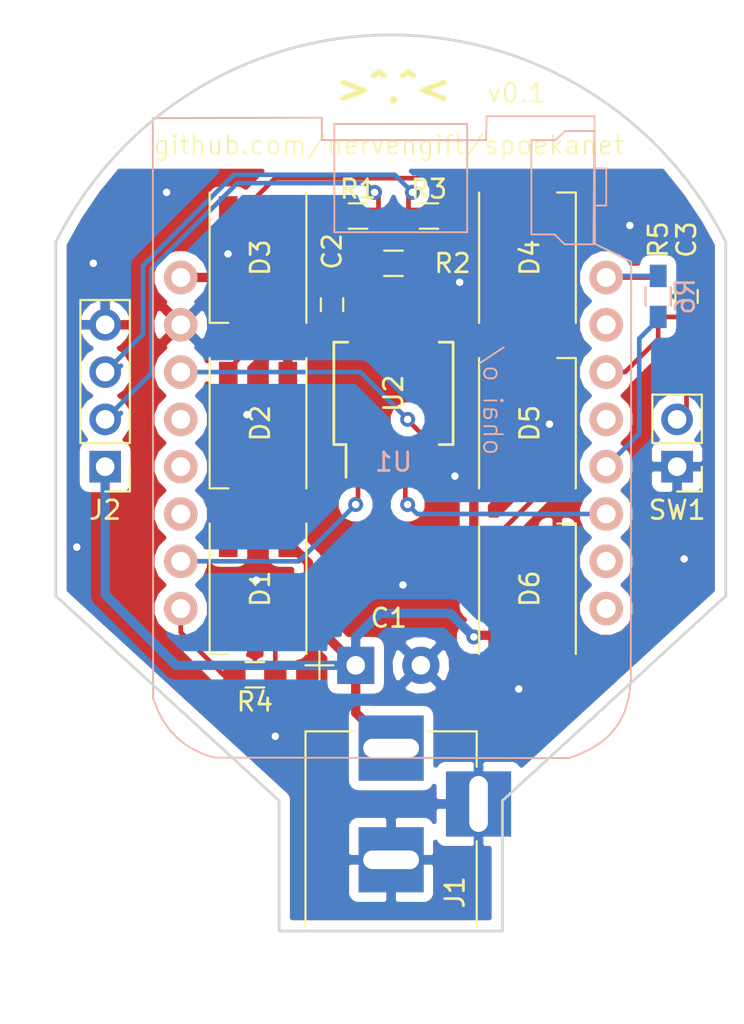
<source format=kicad_pcb>
(kicad_pcb (version 20171130) (host pcbnew "(5.0.0-rc2-206-gf10aa6c85)")

  (general
    (thickness 1.6)
    (drawings 12)
    (tracks 147)
    (zones 0)
    (modules 20)
    (nets 26)
  )

  (page A4)
  (layers
    (0 F.Cu signal)
    (31 B.Cu signal)
    (32 B.Adhes user)
    (33 F.Adhes user)
    (34 B.Paste user)
    (35 F.Paste user)
    (36 B.SilkS user)
    (37 F.SilkS user)
    (38 B.Mask user)
    (39 F.Mask user)
    (40 Dwgs.User user)
    (41 Cmts.User user)
    (42 Eco1.User user)
    (43 Eco2.User user)
    (44 Edge.Cuts user)
    (45 Margin user)
    (46 B.CrtYd user)
    (47 F.CrtYd user)
    (48 B.Fab user)
    (49 F.Fab user)
  )

  (setup
    (last_trace_width 0.25)
    (trace_clearance 0.2)
    (zone_clearance 0.508)
    (zone_45_only yes)
    (trace_min 0.2)
    (segment_width 0.2)
    (edge_width 0.15)
    (via_size 0.8)
    (via_drill 0.4)
    (via_min_size 0.4)
    (via_min_drill 0.3)
    (uvia_size 0.3)
    (uvia_drill 0.1)
    (uvias_allowed no)
    (uvia_min_size 0.2)
    (uvia_min_drill 0.1)
    (pcb_text_width 0.3)
    (pcb_text_size 1.5 1.5)
    (mod_edge_width 0.15)
    (mod_text_size 1 1)
    (mod_text_width 0.15)
    (pad_size 1.524 1.524)
    (pad_drill 0.762)
    (pad_to_mask_clearance 0.2)
    (aux_axis_origin 0 0)
    (visible_elements FFFFFF7F)
    (pcbplotparams
      (layerselection 0x010f0_ffffffff)
      (usegerberextensions false)
      (usegerberattributes false)
      (usegerberadvancedattributes false)
      (creategerberjobfile true)
      (excludeedgelayer true)
      (linewidth 0.100000)
      (plotframeref false)
      (viasonmask false)
      (mode 1)
      (useauxorigin false)
      (hpglpennumber 1)
      (hpglpenspeed 20)
      (hpglpendiameter 15.000000)
      (psnegative false)
      (psa4output false)
      (plotreference true)
      (plotvalue true)
      (plotinvisibletext false)
      (padsonsilk false)
      (subtractmaskfromsilk false)
      (outputformat 1)
      (mirror false)
      (drillshape 0)
      (scaleselection 1)
      (outputdirectory "gerbers/"))
  )

  (net 0 "")
  (net 1 GND)
  (net 2 VCC)
  (net 3 "Net-(J2-Pad2)")
  (net 4 "Net-(J2-Pad3)")
  (net 5 TX_A)
  (net 6 "Net-(D1-Pad4)")
  (net 7 RX)
  (net 8 "Net-(U1-Pad6)")
  (net 9 "Net-(U1-Pad5)")
  (net 10 "Net-(U1-Pad4)")
  (net 11 TX_B)
  (net 12 "Net-(U1-Pad15)")
  (net 13 "Net-(U1-Pad13)")
  (net 14 DIR_B)
  (net 15 "Net-(U1-Pad9)")
  (net 16 "Net-(D1-Pad2)")
  (net 17 "Net-(D2-Pad2)")
  (net 18 "Net-(D3-Pad2)")
  (net 19 "Net-(D4-Pad2)")
  (net 20 "Net-(D5-Pad2)")
  (net 21 "Net-(D6-Pad2)")
  (net 22 "Net-(C3-Pad2)")
  (net 23 +3V3)
  (net 24 "Net-(U1-Pad10)")
  (net 25 "Net-(R6-Pad1)")

  (net_class Default "Dies ist die voreingestellte Netzklasse."
    (clearance 0.2)
    (trace_width 0.25)
    (via_dia 0.8)
    (via_drill 0.4)
    (uvia_dia 0.3)
    (uvia_drill 0.1)
    (add_net +3V3)
    (add_net DIR_B)
    (add_net "Net-(C3-Pad2)")
    (add_net "Net-(D1-Pad2)")
    (add_net "Net-(D1-Pad4)")
    (add_net "Net-(D2-Pad2)")
    (add_net "Net-(D3-Pad2)")
    (add_net "Net-(D4-Pad2)")
    (add_net "Net-(D5-Pad2)")
    (add_net "Net-(D6-Pad2)")
    (add_net "Net-(J2-Pad2)")
    (add_net "Net-(J2-Pad3)")
    (add_net "Net-(R6-Pad1)")
    (add_net "Net-(U1-Pad10)")
    (add_net "Net-(U1-Pad13)")
    (add_net "Net-(U1-Pad15)")
    (add_net "Net-(U1-Pad4)")
    (add_net "Net-(U1-Pad5)")
    (add_net "Net-(U1-Pad6)")
    (add_net "Net-(U1-Pad9)")
    (add_net RX)
    (add_net TX_A)
    (add_net TX_B)
  )

  (net_class power ""
    (clearance 0.2)
    (trace_width 0.5)
    (via_dia 0.8)
    (via_drill 0.4)
    (uvia_dia 0.3)
    (uvia_drill 0.1)
    (add_net GND)
    (add_net VCC)
  )

  (module wemos_d1_mini:D1_mini_board (layer B.Cu) (tedit 5B44FFA6) (tstamp 5B4AE039)
    (at 136.144 112.522)
    (path /5B37B2A0)
    (fp_text reference U1 (at 0 2.286) (layer B.SilkS)
      (effects (font (size 1 1) (thickness 0.15)) (justify mirror))
    )
    (fp_text value WeMos_mini (at 1.27 19.05) (layer B.Fab)
      (effects (font (size 1 1) (thickness 0.15)) (justify mirror))
    )
    (fp_line (start 11.431517 -13.476932) (end 10.814156 -13.476932) (layer B.SilkS) (width 0.1))
    (fp_line (start 11.431517 -11.483738) (end 11.431517 -13.476932) (layer B.SilkS) (width 0.1))
    (fp_line (start 10.778878 -11.483738) (end 11.431517 -11.483738) (layer B.SilkS) (width 0.1))
    (fp_line (start 10.796517 -15.487765) (end 10.7436 -9.402349) (layer B.SilkS) (width 0.1))
    (fp_line (start 9.226656 -15.487765) (end 10.796517 -15.487765) (layer B.SilkS) (width 0.1))
    (fp_line (start 8.697489 -14.993876) (end 9.226656 -15.487765) (layer B.SilkS) (width 0.1))
    (fp_line (start 7.40985 -14.993876) (end 8.697489 -14.993876) (layer B.SilkS) (width 0.1))
    (fp_line (start 7.40985 -9.931515) (end 7.40985 -14.993876) (layer B.SilkS) (width 0.1))
    (fp_line (start 8.662211 -9.931515) (end 7.40985 -9.931515) (layer B.SilkS) (width 0.1))
    (fp_line (start 9.191378 -9.402349) (end 8.662211 -9.931515) (layer B.SilkS) (width 0.1))
    (fp_line (start 10.7436 -9.402349) (end 9.191378 -9.402349) (layer B.SilkS) (width 0.1))
    (fp_line (start -3.17965 -15.865188) (end -3.17965 -10.051451) (layer B.SilkS) (width 0.1))
    (fp_line (start 3.959931 -15.865188) (end -3.17965 -15.865188) (layer B.SilkS) (width 0.1))
    (fp_line (start 3.959931 -10.051451) (end 3.959931 -15.865188) (layer B.SilkS) (width 0.1))
    (fp_line (start -3.17965 -10.051451) (end 3.959931 -10.051451) (layer B.SilkS) (width 0.1))
    (fp_line (start 10.83248 -9.424181) (end 10.802686 -16.232524) (layer B.SilkS) (width 0.1))
    (fp_line (start 12.776026 -8.463285) (end 10.83248 -9.424181) (layer B.SilkS) (width 0.1))
    (fp_line (start 12.751078 14.091807) (end 12.776026 -8.463285) (layer B.SilkS) (width 0.1))
    (fp_line (start 12.635482 14.984575) (end 12.751078 14.091807) (layer B.SilkS) (width 0.1))
    (fp_line (start 12.407122 15.739613) (end 12.635482 14.984575) (layer B.SilkS) (width 0.1))
    (fp_line (start 12.079595 16.37146) (end 12.407122 15.739613) (layer B.SilkS) (width 0.1))
    (fp_line (start 11.666503 16.894658) (end 12.079595 16.37146) (layer B.SilkS) (width 0.1))
    (fp_line (start 11.181445 17.323743) (end 11.666503 16.894658) (layer B.SilkS) (width 0.1))
    (fp_line (start 10.638018 17.673258) (end 11.181445 17.323743) (layer B.SilkS) (width 0.1))
    (fp_line (start 10.049824 17.957741) (end 10.638018 17.673258) (layer B.SilkS) (width 0.1))
    (fp_line (start 9.43046 18.191734) (end 10.049824 17.957741) (layer B.SilkS) (width 0.1))
    (fp_line (start -9.607453 18.162976) (end 9.43046 18.191734) (layer B.SilkS) (width 0.1))
    (fp_line (start -10.20525 17.97731) (end -9.607453 18.162976) (layer B.SilkS) (width 0.1))
    (fp_line (start -10.74944 17.730377) (end -10.20525 17.97731) (layer B.SilkS) (width 0.1))
    (fp_line (start -11.240512 17.422741) (end -10.74944 17.730377) (layer B.SilkS) (width 0.1))
    (fp_line (start -11.678953 17.054952) (end -11.240512 17.422741) (layer B.SilkS) (width 0.1))
    (fp_line (start -12.065253 16.627577) (end -11.678953 17.054952) (layer B.SilkS) (width 0.1))
    (fp_line (start -12.399901 16.141167) (end -12.065253 16.627577) (layer B.SilkS) (width 0.1))
    (fp_line (start -12.683384 15.596286) (end -12.399901 16.141167) (layer B.SilkS) (width 0.1))
    (fp_line (start -12.916195 14.993493) (end -12.683384 15.596286) (layer B.SilkS) (width 0.1))
    (fp_line (start -12.930193 -16.176658) (end -12.916195 14.993493) (layer B.SilkS) (width 0.1))
    (fp_line (start -3.849397 -16.202736) (end -12.930193 -16.176658) (layer B.SilkS) (width 0.1))
    (fp_line (start -3.851373 -15.000483) (end -3.849397 -16.202736) (layer B.SilkS) (width 0.1))
    (fp_line (start 4.979849 -14.993795) (end -3.851373 -15.000483) (layer B.SilkS) (width 0.1))
    (fp_line (start 5.00618 -16.277228) (end 4.979849 -14.993795) (layer B.SilkS) (width 0.1))
    (fp_line (start 10.817472 -16.277228) (end 5.00618 -16.277228) (layer B.SilkS) (width 0.1))
    (pad 9 thru_hole circle (at 11.43 10.16) (size 1.8 1.8) (drill 1.016) (layers *.Cu *.Mask B.SilkS)
      (net 15 "Net-(U1-Pad9)"))
    (pad 10 thru_hole circle (at 11.43 7.62) (size 1.8 1.8) (drill 1.016) (layers *.Cu *.Mask B.SilkS)
      (net 24 "Net-(U1-Pad10)"))
    (pad 11 thru_hole circle (at 11.43 5.08) (size 1.8 1.8) (drill 1.016) (layers *.Cu *.Mask B.SilkS)
      (net 14 DIR_B))
    (pad 12 thru_hole circle (at 11.43 2.54) (size 1.8 1.8) (drill 1.016) (layers *.Cu *.Mask B.SilkS)
      (net 25 "Net-(R6-Pad1)"))
    (pad 13 thru_hole circle (at 11.43 0) (size 1.8 1.8) (drill 1.016) (layers *.Cu *.Mask B.SilkS)
      (net 13 "Net-(U1-Pad13)"))
    (pad 14 thru_hole circle (at 11.43 -2.54) (size 1.8 1.8) (drill 1.016) (layers *.Cu *.Mask B.SilkS)
      (net 22 "Net-(C3-Pad2)"))
    (pad 15 thru_hole circle (at 11.43 -5.08) (size 1.8 1.8) (drill 1.016) (layers *.Cu *.Mask B.SilkS)
      (net 12 "Net-(U1-Pad15)"))
    (pad 16 thru_hole circle (at 11.43 -7.62) (size 1.8 1.8) (drill 1.016) (layers *.Cu *.Mask B.SilkS)
      (net 23 +3V3))
    (pad 1 thru_hole circle (at -11.43 -7.62) (size 1.8 1.8) (drill 1.016) (layers *.Cu *.Mask B.SilkS)
      (net 2 VCC))
    (pad 2 thru_hole circle (at -11.43 -5.08) (size 1.8 1.8) (drill 1.016) (layers *.Cu *.Mask B.SilkS)
      (net 1 GND))
    (pad 3 thru_hole circle (at -11.43 -2.54) (size 1.8 1.8) (drill 1.016) (layers *.Cu *.Mask B.SilkS)
      (net 11 TX_B))
    (pad 4 thru_hole circle (at -11.43 0) (size 1.8 1.8) (drill 1.016) (layers *.Cu *.Mask B.SilkS)
      (net 10 "Net-(U1-Pad4)"))
    (pad 5 thru_hole circle (at -11.43 2.54) (size 1.8 1.8) (drill 1.016) (layers *.Cu *.Mask B.SilkS)
      (net 9 "Net-(U1-Pad5)"))
    (pad 6 thru_hole circle (at -11.43 5.08) (size 1.8 1.8) (drill 1.016) (layers *.Cu *.Mask B.SilkS)
      (net 8 "Net-(U1-Pad6)"))
    (pad 7 thru_hole circle (at -11.43 7.62) (size 1.8 1.8) (drill 1.016) (layers *.Cu *.Mask B.SilkS)
      (net 7 RX))
    (pad 8 thru_hole circle (at -11.43 10.16) (size 1.8 1.8) (drill 1.016) (layers *.Cu *.Mask B.SilkS)
      (net 5 TX_A))
  )

  (module Connectors:BARREL_JACK (layer F.Cu) (tedit 5B44FBF8) (tstamp 5B4ADF62)
    (at 136.016 130.175 90)
    (descr "DC Barrel Jack")
    (tags "Power Jack")
    (path /5B37B97C)
    (fp_text reference J1 (at -7.747 3.43 270) (layer F.SilkS)
      (effects (font (size 1 1) (thickness 0.15)))
    )
    (fp_text value Barrel_Jack (at -6.2 -5.5 90) (layer F.Fab)
      (effects (font (size 1 1) (thickness 0.15)))
    )
    (fp_line (start 0.8 -4.5) (end -13.7 -4.5) (layer F.Fab) (width 0.1))
    (fp_line (start 0.8 4.5) (end 0.8 -4.5) (layer F.Fab) (width 0.1))
    (fp_line (start -13.7 4.5) (end 0.8 4.5) (layer F.Fab) (width 0.1))
    (fp_line (start -13.7 -4.5) (end -13.7 4.5) (layer F.Fab) (width 0.1))
    (fp_line (start -10.2 -4.5) (end -10.2 4.5) (layer F.Fab) (width 0.1))
    (fp_line (start 0.9 -4.6) (end 0.9 -2) (layer F.SilkS) (width 0.12))
    (fp_line (start -9.6 -4.6) (end 0.9 -4.6) (layer F.SilkS) (width 0.12))
    (fp_line (start 0.9 4.6) (end -1 4.6) (layer F.SilkS) (width 0.12))
    (fp_line (start 0.9 1.9) (end 0.9 4.6) (layer F.SilkS) (width 0.12))
    (fp_line (start -5 4.6) (end -9.6 4.6) (layer F.SilkS) (width 0.12))
    (fp_line (start -14 4.75) (end -14 -4.75) (layer F.CrtYd) (width 0.05))
    (fp_line (start -5 4.75) (end -14 4.75) (layer F.CrtYd) (width 0.05))
    (fp_line (start -5 6.75) (end -5 4.75) (layer F.CrtYd) (width 0.05))
    (fp_line (start -1 6.75) (end -5 6.75) (layer F.CrtYd) (width 0.05))
    (fp_line (start -1 4.75) (end -1 6.75) (layer F.CrtYd) (width 0.05))
    (fp_line (start 1 4.75) (end -1 4.75) (layer F.CrtYd) (width 0.05))
    (fp_line (start 1 2) (end 1 4.75) (layer F.CrtYd) (width 0.05))
    (fp_line (start 2 2) (end 1 2) (layer F.CrtYd) (width 0.05))
    (fp_line (start 2 -2) (end 2 2) (layer F.CrtYd) (width 0.05))
    (fp_line (start 1 -2) (end 2 -2) (layer F.CrtYd) (width 0.05))
    (fp_line (start 1 -4.5) (end 1 -2) (layer F.CrtYd) (width 0.05))
    (fp_line (start 1 -4.75) (end -14 -4.75) (layer F.CrtYd) (width 0.05))
    (fp_line (start 1 -4.5) (end 1 -4.75) (layer F.CrtYd) (width 0.05))
    (pad 3 thru_hole rect (at -3 4.7 90) (size 3.5 3.5) (drill oval 3 1) (layers *.Cu *.Mask)
      (net 1 GND))
    (pad 2 thru_hole rect (at -6 0 90) (size 3.5 3.5) (drill oval 1 3) (layers *.Cu *.Mask)
      (net 1 GND))
    (pad 1 thru_hole rect (at 0 0 90) (size 3.5 3.5) (drill oval 1 3) (layers *.Cu *.Mask)
      (net 2 VCC))
  )

  (module Capacitors_THT:CP_Radial_D10.0mm_P3.50mm (layer F.Cu) (tedit 5B44FAC8) (tstamp 5B4AFDBE)
    (at 134.115 125.73)
    (descr "CP, Radial series, Radial, pin pitch=3.50mm, , diameter=10mm, Electrolytic Capacitor")
    (tags "CP Radial series Radial pin pitch 3.50mm  diameter 10mm Electrolytic Capacitor")
    (path /5B3C49AF)
    (fp_text reference C1 (at 1.775 -2.54) (layer F.SilkS)
      (effects (font (size 1 1) (thickness 0.15)))
    )
    (fp_text value 1000u (at 1.75 6.31) (layer F.Fab)
      (effects (font (size 1 1) (thickness 0.15)))
    )
    (fp_text user %R (at 1.75 0) (layer F.Fab)
      (effects (font (size 1 1) (thickness 0.15)))
    )
    (fp_line (start 7.1 -5.35) (end -3.6 -5.35) (layer F.CrtYd) (width 0.05))
    (fp_line (start 7.1 5.35) (end 7.1 -5.35) (layer F.CrtYd) (width 0.05))
    (fp_line (start -3.6 5.35) (end 7.1 5.35) (layer F.CrtYd) (width 0.05))
    (fp_line (start -3.6 -5.35) (end -3.6 5.35) (layer F.CrtYd) (width 0.05))
    (fp_line (start -1.95 -0.75) (end -1.95 0.75) (layer F.SilkS) (width 0.12))
    (fp_line (start -2.7 0) (end -1.2 0) (layer F.SilkS) (width 0.12))
    (fp_line (start -1.95 -0.75) (end -1.95 0.75) (layer F.Fab) (width 0.1))
    (fp_line (start -2.7 0) (end -1.2 0) (layer F.Fab) (width 0.1))
    (pad 2 thru_hole circle (at 3.5 0) (size 2 2) (drill 1) (layers *.Cu *.Mask)
      (net 1 GND))
    (pad 1 thru_hole rect (at 0 0) (size 2 2) (drill 1) (layers *.Cu *.Mask)
      (net 2 VCC))
    (model ${KISYS3DMOD}/Capacitors_THT.3dshapes/CP_Radial_D10.0mm_P3.50mm.wrl
      (at (xyz 0 0 0))
      (scale (xyz 1 1 1))
      (rotate (xyz 0 0 0))
    )
  )

  (module Capacitors_SMD:C_0603_HandSoldering (layer F.Cu) (tedit 58AA848B) (tstamp 5B4ADE68)
    (at 132.842 106.36 270)
    (descr "Capacitor SMD 0603, hand soldering")
    (tags "capacitor 0603")
    (path /5B3CDD12)
    (attr smd)
    (fp_text reference C2 (at -2.855 0 270) (layer F.SilkS)
      (effects (font (size 1 1) (thickness 0.15)))
    )
    (fp_text value 100n (at 0 1.5 270) (layer F.Fab)
      (effects (font (size 1 1) (thickness 0.15)))
    )
    (fp_line (start 1.8 0.65) (end -1.8 0.65) (layer F.CrtYd) (width 0.05))
    (fp_line (start 1.8 0.65) (end 1.8 -0.65) (layer F.CrtYd) (width 0.05))
    (fp_line (start -1.8 -0.65) (end -1.8 0.65) (layer F.CrtYd) (width 0.05))
    (fp_line (start -1.8 -0.65) (end 1.8 -0.65) (layer F.CrtYd) (width 0.05))
    (fp_line (start 0.35 0.6) (end -0.35 0.6) (layer F.SilkS) (width 0.12))
    (fp_line (start -0.35 -0.6) (end 0.35 -0.6) (layer F.SilkS) (width 0.12))
    (fp_line (start -0.8 -0.4) (end 0.8 -0.4) (layer F.Fab) (width 0.1))
    (fp_line (start 0.8 -0.4) (end 0.8 0.4) (layer F.Fab) (width 0.1))
    (fp_line (start 0.8 0.4) (end -0.8 0.4) (layer F.Fab) (width 0.1))
    (fp_line (start -0.8 0.4) (end -0.8 -0.4) (layer F.Fab) (width 0.1))
    (fp_text user %R (at 0 -1.25 270) (layer F.Fab)
      (effects (font (size 1 1) (thickness 0.15)))
    )
    (pad 2 smd rect (at 0.95 0 270) (size 1.2 0.75) (layers F.Cu F.Paste F.Mask)
      (net 1 GND))
    (pad 1 smd rect (at -0.95 0 270) (size 1.2 0.75) (layers F.Cu F.Paste F.Mask)
      (net 2 VCC))
    (model Capacitors_SMD.3dshapes/C_0603.wrl
      (at (xyz 0 0 0))
      (scale (xyz 1 1 1))
      (rotate (xyz 0 0 0))
    )
  )

  (module LEDs:LED_WS2812B-PLCC4 (layer F.Cu) (tedit 587A6D9E) (tstamp 5B4ADEB0)
    (at 128.865102 121.616798 270)
    (descr http://www.world-semi.com/uploads/soft/150522/1-150522091P5.pdf)
    (tags "LED NeoPixel")
    (path /5B394DC9)
    (attr smd)
    (fp_text reference D1 (at 0 -0.121592 270) (layer F.SilkS)
      (effects (font (size 1 1) (thickness 0.15)))
    )
    (fp_text value WS2812B (at 0 4 270) (layer F.Fab)
      (effects (font (size 1 1) (thickness 0.15)))
    )
    (fp_circle (center 0 0) (end 0 -2) (layer F.Fab) (width 0.1))
    (fp_line (start 3.5 2.6) (end 3.5 1.6) (layer F.SilkS) (width 0.12))
    (fp_line (start -3.5 2.6) (end 3.5 2.6) (layer F.SilkS) (width 0.12))
    (fp_line (start -3.5 -2.6) (end 3.5 -2.6) (layer F.SilkS) (width 0.12))
    (fp_line (start 2.5 -2.5) (end -2.5 -2.5) (layer F.Fab) (width 0.1))
    (fp_line (start 2.5 2.5) (end 2.5 -2.5) (layer F.Fab) (width 0.1))
    (fp_line (start -2.5 2.5) (end 2.5 2.5) (layer F.Fab) (width 0.1))
    (fp_line (start -2.5 -2.5) (end -2.5 2.5) (layer F.Fab) (width 0.1))
    (fp_line (start 2.5 1.5) (end 1.5 2.5) (layer F.Fab) (width 0.1))
    (fp_line (start -3.75 -2.85) (end -3.75 2.85) (layer F.CrtYd) (width 0.05))
    (fp_line (start -3.75 2.85) (end 3.75 2.85) (layer F.CrtYd) (width 0.05))
    (fp_line (start 3.75 2.85) (end 3.75 -2.85) (layer F.CrtYd) (width 0.05))
    (fp_line (start 3.75 -2.85) (end -3.75 -2.85) (layer F.CrtYd) (width 0.05))
    (pad 1 smd rect (at -2.5 -1.6 270) (size 1.6 1) (layers F.Cu F.Paste F.Mask)
      (net 2 VCC))
    (pad 2 smd rect (at -2.5 1.6 270) (size 1.6 1) (layers F.Cu F.Paste F.Mask)
      (net 16 "Net-(D1-Pad2)"))
    (pad 4 smd rect (at 2.5 -1.6 270) (size 1.6 1) (layers F.Cu F.Paste F.Mask)
      (net 6 "Net-(D1-Pad4)"))
    (pad 3 smd rect (at 2.5 1.6 270) (size 1.6 1) (layers F.Cu F.Paste F.Mask)
      (net 1 GND))
    (model ${KISYS3DMOD}/LEDs.3dshapes/LED_WS2812B-PLCC4.wrl
      (at (xyz 0 0 0))
      (scale (xyz 0.39 0.39 0.39))
      (rotate (xyz 0 0 180))
    )
  )

  (module LEDs:LED_WS2812B-PLCC4 (layer F.Cu) (tedit 587A6D9E) (tstamp 5B4ADEC5)
    (at 128.865102 112.726798 270)
    (descr http://www.world-semi.com/uploads/soft/150522/1-150522091P5.pdf)
    (tags "LED NeoPixel")
    (path /5B394E17)
    (attr smd)
    (fp_text reference D2 (at 0 -0.121592 270) (layer F.SilkS)
      (effects (font (size 1 1) (thickness 0.15)))
    )
    (fp_text value WS2812B (at 0 4 270) (layer F.Fab)
      (effects (font (size 1 1) (thickness 0.15)))
    )
    (fp_circle (center 0 0) (end 0 -2) (layer F.Fab) (width 0.1))
    (fp_line (start 3.5 2.6) (end 3.5 1.6) (layer F.SilkS) (width 0.12))
    (fp_line (start -3.5 2.6) (end 3.5 2.6) (layer F.SilkS) (width 0.12))
    (fp_line (start -3.5 -2.6) (end 3.5 -2.6) (layer F.SilkS) (width 0.12))
    (fp_line (start 2.5 -2.5) (end -2.5 -2.5) (layer F.Fab) (width 0.1))
    (fp_line (start 2.5 2.5) (end 2.5 -2.5) (layer F.Fab) (width 0.1))
    (fp_line (start -2.5 2.5) (end 2.5 2.5) (layer F.Fab) (width 0.1))
    (fp_line (start -2.5 -2.5) (end -2.5 2.5) (layer F.Fab) (width 0.1))
    (fp_line (start 2.5 1.5) (end 1.5 2.5) (layer F.Fab) (width 0.1))
    (fp_line (start -3.75 -2.85) (end -3.75 2.85) (layer F.CrtYd) (width 0.05))
    (fp_line (start -3.75 2.85) (end 3.75 2.85) (layer F.CrtYd) (width 0.05))
    (fp_line (start 3.75 2.85) (end 3.75 -2.85) (layer F.CrtYd) (width 0.05))
    (fp_line (start 3.75 -2.85) (end -3.75 -2.85) (layer F.CrtYd) (width 0.05))
    (pad 1 smd rect (at -2.5 -1.6 270) (size 1.6 1) (layers F.Cu F.Paste F.Mask)
      (net 2 VCC))
    (pad 2 smd rect (at -2.5 1.6 270) (size 1.6 1) (layers F.Cu F.Paste F.Mask)
      (net 17 "Net-(D2-Pad2)"))
    (pad 4 smd rect (at 2.5 -1.6 270) (size 1.6 1) (layers F.Cu F.Paste F.Mask)
      (net 16 "Net-(D1-Pad2)"))
    (pad 3 smd rect (at 2.5 1.6 270) (size 1.6 1) (layers F.Cu F.Paste F.Mask)
      (net 1 GND))
    (model ${KISYS3DMOD}/LEDs.3dshapes/LED_WS2812B-PLCC4.wrl
      (at (xyz 0 0 0))
      (scale (xyz 0.39 0.39 0.39))
      (rotate (xyz 0 0 180))
    )
  )

  (module LEDs:LED_WS2812B-PLCC4 (layer F.Cu) (tedit 587A6D9E) (tstamp 5B4ADEDA)
    (at 128.865102 103.836798 270)
    (descr http://www.world-semi.com/uploads/soft/150522/1-150522091P5.pdf)
    (tags "LED NeoPixel")
    (path /5B394E4D)
    (attr smd)
    (fp_text reference D3 (at 0 -0.121592 270) (layer F.SilkS)
      (effects (font (size 1 1) (thickness 0.15)))
    )
    (fp_text value WS2812B (at 0 4 270) (layer F.Fab)
      (effects (font (size 1 1) (thickness 0.15)))
    )
    (fp_circle (center 0 0) (end 0 -2) (layer F.Fab) (width 0.1))
    (fp_line (start 3.5 2.6) (end 3.5 1.6) (layer F.SilkS) (width 0.12))
    (fp_line (start -3.5 2.6) (end 3.5 2.6) (layer F.SilkS) (width 0.12))
    (fp_line (start -3.5 -2.6) (end 3.5 -2.6) (layer F.SilkS) (width 0.12))
    (fp_line (start 2.5 -2.5) (end -2.5 -2.5) (layer F.Fab) (width 0.1))
    (fp_line (start 2.5 2.5) (end 2.5 -2.5) (layer F.Fab) (width 0.1))
    (fp_line (start -2.5 2.5) (end 2.5 2.5) (layer F.Fab) (width 0.1))
    (fp_line (start -2.5 -2.5) (end -2.5 2.5) (layer F.Fab) (width 0.1))
    (fp_line (start 2.5 1.5) (end 1.5 2.5) (layer F.Fab) (width 0.1))
    (fp_line (start -3.75 -2.85) (end -3.75 2.85) (layer F.CrtYd) (width 0.05))
    (fp_line (start -3.75 2.85) (end 3.75 2.85) (layer F.CrtYd) (width 0.05))
    (fp_line (start 3.75 2.85) (end 3.75 -2.85) (layer F.CrtYd) (width 0.05))
    (fp_line (start 3.75 -2.85) (end -3.75 -2.85) (layer F.CrtYd) (width 0.05))
    (pad 1 smd rect (at -2.5 -1.6 270) (size 1.6 1) (layers F.Cu F.Paste F.Mask)
      (net 2 VCC))
    (pad 2 smd rect (at -2.5 1.6 270) (size 1.6 1) (layers F.Cu F.Paste F.Mask)
      (net 18 "Net-(D3-Pad2)"))
    (pad 4 smd rect (at 2.5 -1.6 270) (size 1.6 1) (layers F.Cu F.Paste F.Mask)
      (net 17 "Net-(D2-Pad2)"))
    (pad 3 smd rect (at 2.5 1.6 270) (size 1.6 1) (layers F.Cu F.Paste F.Mask)
      (net 1 GND))
    (model ${KISYS3DMOD}/LEDs.3dshapes/LED_WS2812B-PLCC4.wrl
      (at (xyz 0 0 0))
      (scale (xyz 0.39 0.39 0.39))
      (rotate (xyz 0 0 180))
    )
  )

  (module LEDs:LED_WS2812B-PLCC4 (layer F.Cu) (tedit 587A6D9E) (tstamp 5B4ADEEF)
    (at 143.343102 103.836798 90)
    (descr http://www.world-semi.com/uploads/soft/150522/1-150522091P5.pdf)
    (tags "LED NeoPixel")
    (path /5B3A085E)
    (attr smd)
    (fp_text reference D4 (at 0 0.121592 90) (layer F.SilkS)
      (effects (font (size 1 1) (thickness 0.15)))
    )
    (fp_text value WS2812B (at 0 4 90) (layer F.Fab)
      (effects (font (size 1 1) (thickness 0.15)))
    )
    (fp_circle (center 0 0) (end 0 -2) (layer F.Fab) (width 0.1))
    (fp_line (start 3.5 2.6) (end 3.5 1.6) (layer F.SilkS) (width 0.12))
    (fp_line (start -3.5 2.6) (end 3.5 2.6) (layer F.SilkS) (width 0.12))
    (fp_line (start -3.5 -2.6) (end 3.5 -2.6) (layer F.SilkS) (width 0.12))
    (fp_line (start 2.5 -2.5) (end -2.5 -2.5) (layer F.Fab) (width 0.1))
    (fp_line (start 2.5 2.5) (end 2.5 -2.5) (layer F.Fab) (width 0.1))
    (fp_line (start -2.5 2.5) (end 2.5 2.5) (layer F.Fab) (width 0.1))
    (fp_line (start -2.5 -2.5) (end -2.5 2.5) (layer F.Fab) (width 0.1))
    (fp_line (start 2.5 1.5) (end 1.5 2.5) (layer F.Fab) (width 0.1))
    (fp_line (start -3.75 -2.85) (end -3.75 2.85) (layer F.CrtYd) (width 0.05))
    (fp_line (start -3.75 2.85) (end 3.75 2.85) (layer F.CrtYd) (width 0.05))
    (fp_line (start 3.75 2.85) (end 3.75 -2.85) (layer F.CrtYd) (width 0.05))
    (fp_line (start 3.75 -2.85) (end -3.75 -2.85) (layer F.CrtYd) (width 0.05))
    (pad 1 smd rect (at -2.5 -1.6 90) (size 1.6 1) (layers F.Cu F.Paste F.Mask)
      (net 2 VCC))
    (pad 2 smd rect (at -2.5 1.6 90) (size 1.6 1) (layers F.Cu F.Paste F.Mask)
      (net 19 "Net-(D4-Pad2)"))
    (pad 4 smd rect (at 2.5 -1.6 90) (size 1.6 1) (layers F.Cu F.Paste F.Mask)
      (net 18 "Net-(D3-Pad2)"))
    (pad 3 smd rect (at 2.5 1.6 90) (size 1.6 1) (layers F.Cu F.Paste F.Mask)
      (net 1 GND))
    (model ${KISYS3DMOD}/LEDs.3dshapes/LED_WS2812B-PLCC4.wrl
      (at (xyz 0 0 0))
      (scale (xyz 0.39 0.39 0.39))
      (rotate (xyz 0 0 180))
    )
  )

  (module LEDs:LED_WS2812B-PLCC4 (layer F.Cu) (tedit 587A6D9E) (tstamp 5B4ADF04)
    (at 143.343102 112.726798 90)
    (descr http://www.world-semi.com/uploads/soft/150522/1-150522091P5.pdf)
    (tags "LED NeoPixel")
    (path /5B3A08A8)
    (attr smd)
    (fp_text reference D5 (at 0 0.121592 90) (layer F.SilkS)
      (effects (font (size 1 1) (thickness 0.15)))
    )
    (fp_text value WS2812B (at 0 4 90) (layer F.Fab)
      (effects (font (size 1 1) (thickness 0.15)))
    )
    (fp_circle (center 0 0) (end 0 -2) (layer F.Fab) (width 0.1))
    (fp_line (start 3.5 2.6) (end 3.5 1.6) (layer F.SilkS) (width 0.12))
    (fp_line (start -3.5 2.6) (end 3.5 2.6) (layer F.SilkS) (width 0.12))
    (fp_line (start -3.5 -2.6) (end 3.5 -2.6) (layer F.SilkS) (width 0.12))
    (fp_line (start 2.5 -2.5) (end -2.5 -2.5) (layer F.Fab) (width 0.1))
    (fp_line (start 2.5 2.5) (end 2.5 -2.5) (layer F.Fab) (width 0.1))
    (fp_line (start -2.5 2.5) (end 2.5 2.5) (layer F.Fab) (width 0.1))
    (fp_line (start -2.5 -2.5) (end -2.5 2.5) (layer F.Fab) (width 0.1))
    (fp_line (start 2.5 1.5) (end 1.5 2.5) (layer F.Fab) (width 0.1))
    (fp_line (start -3.75 -2.85) (end -3.75 2.85) (layer F.CrtYd) (width 0.05))
    (fp_line (start -3.75 2.85) (end 3.75 2.85) (layer F.CrtYd) (width 0.05))
    (fp_line (start 3.75 2.85) (end 3.75 -2.85) (layer F.CrtYd) (width 0.05))
    (fp_line (start 3.75 -2.85) (end -3.75 -2.85) (layer F.CrtYd) (width 0.05))
    (pad 1 smd rect (at -2.5 -1.6 90) (size 1.6 1) (layers F.Cu F.Paste F.Mask)
      (net 2 VCC))
    (pad 2 smd rect (at -2.5 1.6 90) (size 1.6 1) (layers F.Cu F.Paste F.Mask)
      (net 20 "Net-(D5-Pad2)"))
    (pad 4 smd rect (at 2.5 -1.6 90) (size 1.6 1) (layers F.Cu F.Paste F.Mask)
      (net 19 "Net-(D4-Pad2)"))
    (pad 3 smd rect (at 2.5 1.6 90) (size 1.6 1) (layers F.Cu F.Paste F.Mask)
      (net 1 GND))
    (model ${KISYS3DMOD}/LEDs.3dshapes/LED_WS2812B-PLCC4.wrl
      (at (xyz 0 0 0))
      (scale (xyz 0.39 0.39 0.39))
      (rotate (xyz 0 0 180))
    )
  )

  (module LEDs:LED_WS2812B-PLCC4 (layer F.Cu) (tedit 587A6D9E) (tstamp 5B4ADF19)
    (at 143.343102 121.616798 90)
    (descr http://www.world-semi.com/uploads/soft/150522/1-150522091P5.pdf)
    (tags "LED NeoPixel")
    (path /5B3A08E6)
    (attr smd)
    (fp_text reference D6 (at 0 0.121592 90) (layer F.SilkS)
      (effects (font (size 1 1) (thickness 0.15)))
    )
    (fp_text value WS2812B (at 0 4 90) (layer F.Fab)
      (effects (font (size 1 1) (thickness 0.15)))
    )
    (fp_circle (center 0 0) (end 0 -2) (layer F.Fab) (width 0.1))
    (fp_line (start 3.5 2.6) (end 3.5 1.6) (layer F.SilkS) (width 0.12))
    (fp_line (start -3.5 2.6) (end 3.5 2.6) (layer F.SilkS) (width 0.12))
    (fp_line (start -3.5 -2.6) (end 3.5 -2.6) (layer F.SilkS) (width 0.12))
    (fp_line (start 2.5 -2.5) (end -2.5 -2.5) (layer F.Fab) (width 0.1))
    (fp_line (start 2.5 2.5) (end 2.5 -2.5) (layer F.Fab) (width 0.1))
    (fp_line (start -2.5 2.5) (end 2.5 2.5) (layer F.Fab) (width 0.1))
    (fp_line (start -2.5 -2.5) (end -2.5 2.5) (layer F.Fab) (width 0.1))
    (fp_line (start 2.5 1.5) (end 1.5 2.5) (layer F.Fab) (width 0.1))
    (fp_line (start -3.75 -2.85) (end -3.75 2.85) (layer F.CrtYd) (width 0.05))
    (fp_line (start -3.75 2.85) (end 3.75 2.85) (layer F.CrtYd) (width 0.05))
    (fp_line (start 3.75 2.85) (end 3.75 -2.85) (layer F.CrtYd) (width 0.05))
    (fp_line (start 3.75 -2.85) (end -3.75 -2.85) (layer F.CrtYd) (width 0.05))
    (pad 1 smd rect (at -2.5 -1.6 90) (size 1.6 1) (layers F.Cu F.Paste F.Mask)
      (net 2 VCC))
    (pad 2 smd rect (at -2.5 1.6 90) (size 1.6 1) (layers F.Cu F.Paste F.Mask)
      (net 21 "Net-(D6-Pad2)"))
    (pad 4 smd rect (at 2.5 -1.6 90) (size 1.6 1) (layers F.Cu F.Paste F.Mask)
      (net 20 "Net-(D5-Pad2)"))
    (pad 3 smd rect (at 2.5 1.6 90) (size 1.6 1) (layers F.Cu F.Paste F.Mask)
      (net 1 GND))
    (model ${KISYS3DMOD}/LEDs.3dshapes/LED_WS2812B-PLCC4.wrl
      (at (xyz 0 0 0))
      (scale (xyz 0.39 0.39 0.39))
      (rotate (xyz 0 0 180))
    )
  )

  (module Resistors_SMD:R_0603_HandSoldering (layer F.Cu) (tedit 58E0A804) (tstamp 5B4ADFC0)
    (at 134.239 101.6)
    (descr "Resistor SMD 0603, hand soldering")
    (tags "resistor 0603")
    (path /5B39C382)
    (attr smd)
    (fp_text reference R1 (at 0 -1.45) (layer F.SilkS)
      (effects (font (size 1 1) (thickness 0.15)))
    )
    (fp_text value 560 (at 0 1.55) (layer F.Fab)
      (effects (font (size 1 1) (thickness 0.15)))
    )
    (fp_line (start 1.95 0.7) (end -1.96 0.7) (layer F.CrtYd) (width 0.05))
    (fp_line (start 1.95 0.7) (end 1.95 -0.7) (layer F.CrtYd) (width 0.05))
    (fp_line (start -1.96 -0.7) (end -1.96 0.7) (layer F.CrtYd) (width 0.05))
    (fp_line (start -1.96 -0.7) (end 1.95 -0.7) (layer F.CrtYd) (width 0.05))
    (fp_line (start -0.5 -0.68) (end 0.5 -0.68) (layer F.SilkS) (width 0.12))
    (fp_line (start 0.5 0.68) (end -0.5 0.68) (layer F.SilkS) (width 0.12))
    (fp_line (start -0.8 -0.4) (end 0.8 -0.4) (layer F.Fab) (width 0.1))
    (fp_line (start 0.8 -0.4) (end 0.8 0.4) (layer F.Fab) (width 0.1))
    (fp_line (start 0.8 0.4) (end -0.8 0.4) (layer F.Fab) (width 0.1))
    (fp_line (start -0.8 0.4) (end -0.8 -0.4) (layer F.Fab) (width 0.1))
    (fp_text user %R (at 0 0) (layer F.Fab)
      (effects (font (size 0.4 0.4) (thickness 0.075)))
    )
    (pad 2 smd rect (at 1.1 0) (size 1.2 0.9) (layers F.Cu F.Paste F.Mask)
      (net 3 "Net-(J2-Pad2)"))
    (pad 1 smd rect (at -1.1 0) (size 1.2 0.9) (layers F.Cu F.Paste F.Mask)
      (net 2 VCC))
    (model ${KISYS3DMOD}/Resistors_SMD.3dshapes/R_0603.wrl
      (at (xyz 0 0 0))
      (scale (xyz 1 1 1))
      (rotate (xyz 0 0 0))
    )
  )

  (module Resistors_SMD:R_0603_HandSoldering (layer F.Cu) (tedit 58E0A804) (tstamp 5B4ADFD1)
    (at 136.144 104.14)
    (descr "Resistor SMD 0603, hand soldering")
    (tags "resistor 0603")
    (path /5B3DC707)
    (attr smd)
    (fp_text reference R2 (at 3.175 0) (layer F.SilkS)
      (effects (font (size 1 1) (thickness 0.15)))
    )
    (fp_text value 130 (at 0 1.55) (layer F.Fab)
      (effects (font (size 1 1) (thickness 0.15)))
    )
    (fp_line (start 1.95 0.7) (end -1.96 0.7) (layer F.CrtYd) (width 0.05))
    (fp_line (start 1.95 0.7) (end 1.95 -0.7) (layer F.CrtYd) (width 0.05))
    (fp_line (start -1.96 -0.7) (end -1.96 0.7) (layer F.CrtYd) (width 0.05))
    (fp_line (start -1.96 -0.7) (end 1.95 -0.7) (layer F.CrtYd) (width 0.05))
    (fp_line (start -0.5 -0.68) (end 0.5 -0.68) (layer F.SilkS) (width 0.12))
    (fp_line (start 0.5 0.68) (end -0.5 0.68) (layer F.SilkS) (width 0.12))
    (fp_line (start -0.8 -0.4) (end 0.8 -0.4) (layer F.Fab) (width 0.1))
    (fp_line (start 0.8 -0.4) (end 0.8 0.4) (layer F.Fab) (width 0.1))
    (fp_line (start 0.8 0.4) (end -0.8 0.4) (layer F.Fab) (width 0.1))
    (fp_line (start -0.8 0.4) (end -0.8 -0.4) (layer F.Fab) (width 0.1))
    (fp_text user %R (at 0 0) (layer F.Fab)
      (effects (font (size 0.4 0.4) (thickness 0.075)))
    )
    (pad 2 smd rect (at 1.1 0) (size 1.2 0.9) (layers F.Cu F.Paste F.Mask)
      (net 4 "Net-(J2-Pad3)"))
    (pad 1 smd rect (at -1.1 0) (size 1.2 0.9) (layers F.Cu F.Paste F.Mask)
      (net 3 "Net-(J2-Pad2)"))
    (model ${KISYS3DMOD}/Resistors_SMD.3dshapes/R_0603.wrl
      (at (xyz 0 0 0))
      (scale (xyz 1 1 1))
      (rotate (xyz 0 0 0))
    )
  )

  (module Resistors_SMD:R_0603_HandSoldering (layer F.Cu) (tedit 58E0A804) (tstamp 5B4ADFE2)
    (at 138.049 101.6)
    (descr "Resistor SMD 0603, hand soldering")
    (tags "resistor 0603")
    (path /5B39C2FA)
    (attr smd)
    (fp_text reference R3 (at 0 -1.45) (layer F.SilkS)
      (effects (font (size 1 1) (thickness 0.15)))
    )
    (fp_text value 560 (at 0 1.55) (layer F.Fab)
      (effects (font (size 1 1) (thickness 0.15)))
    )
    (fp_line (start 1.95 0.7) (end -1.96 0.7) (layer F.CrtYd) (width 0.05))
    (fp_line (start 1.95 0.7) (end 1.95 -0.7) (layer F.CrtYd) (width 0.05))
    (fp_line (start -1.96 -0.7) (end -1.96 0.7) (layer F.CrtYd) (width 0.05))
    (fp_line (start -1.96 -0.7) (end 1.95 -0.7) (layer F.CrtYd) (width 0.05))
    (fp_line (start -0.5 -0.68) (end 0.5 -0.68) (layer F.SilkS) (width 0.12))
    (fp_line (start 0.5 0.68) (end -0.5 0.68) (layer F.SilkS) (width 0.12))
    (fp_line (start -0.8 -0.4) (end 0.8 -0.4) (layer F.Fab) (width 0.1))
    (fp_line (start 0.8 -0.4) (end 0.8 0.4) (layer F.Fab) (width 0.1))
    (fp_line (start 0.8 0.4) (end -0.8 0.4) (layer F.Fab) (width 0.1))
    (fp_line (start -0.8 0.4) (end -0.8 -0.4) (layer F.Fab) (width 0.1))
    (fp_text user %R (at 0 0) (layer F.Fab)
      (effects (font (size 0.4 0.4) (thickness 0.075)))
    )
    (pad 2 smd rect (at 1.1 0) (size 1.2 0.9) (layers F.Cu F.Paste F.Mask)
      (net 1 GND))
    (pad 1 smd rect (at -1.1 0) (size 1.2 0.9) (layers F.Cu F.Paste F.Mask)
      (net 4 "Net-(J2-Pad3)"))
    (model ${KISYS3DMOD}/Resistors_SMD.3dshapes/R_0603.wrl
      (at (xyz 0 0 0))
      (scale (xyz 1 1 1))
      (rotate (xyz 0 0 0))
    )
  )

  (module Resistors_SMD:R_0603_HandSoldering (layer F.Cu) (tedit 58E0A804) (tstamp 5B4ADFF3)
    (at 128.694 126.238 180)
    (descr "Resistor SMD 0603, hand soldering")
    (tags "resistor 0603")
    (path /5B3B5092)
    (attr smd)
    (fp_text reference R4 (at 0 -1.45 180) (layer F.SilkS)
      (effects (font (size 1 1) (thickness 0.15)))
    )
    (fp_text value 560 (at 0 1.55 180) (layer F.Fab)
      (effects (font (size 1 1) (thickness 0.15)))
    )
    (fp_line (start 1.95 0.7) (end -1.96 0.7) (layer F.CrtYd) (width 0.05))
    (fp_line (start 1.95 0.7) (end 1.95 -0.7) (layer F.CrtYd) (width 0.05))
    (fp_line (start -1.96 -0.7) (end -1.96 0.7) (layer F.CrtYd) (width 0.05))
    (fp_line (start -1.96 -0.7) (end 1.95 -0.7) (layer F.CrtYd) (width 0.05))
    (fp_line (start -0.5 -0.68) (end 0.5 -0.68) (layer F.SilkS) (width 0.12))
    (fp_line (start 0.5 0.68) (end -0.5 0.68) (layer F.SilkS) (width 0.12))
    (fp_line (start -0.8 -0.4) (end 0.8 -0.4) (layer F.Fab) (width 0.1))
    (fp_line (start 0.8 -0.4) (end 0.8 0.4) (layer F.Fab) (width 0.1))
    (fp_line (start 0.8 0.4) (end -0.8 0.4) (layer F.Fab) (width 0.1))
    (fp_line (start -0.8 0.4) (end -0.8 -0.4) (layer F.Fab) (width 0.1))
    (fp_text user %R (at 1.27 1.27 180) (layer F.Fab)
      (effects (font (size 0.4 0.4) (thickness 0.075)))
    )
    (pad 2 smd rect (at 1.1 0 180) (size 1.2 0.9) (layers F.Cu F.Paste F.Mask)
      (net 5 TX_A))
    (pad 1 smd rect (at -1.1 0 180) (size 1.2 0.9) (layers F.Cu F.Paste F.Mask)
      (net 6 "Net-(D1-Pad4)"))
    (model ${KISYS3DMOD}/Resistors_SMD.3dshapes/R_0603.wrl
      (at (xyz 0 0 0))
      (scale (xyz 1 1 1))
      (rotate (xyz 0 0 0))
    )
  )

  (module Housings_SOIC:SO-8_5.3x6.2mm_Pitch1.27mm (layer F.Cu) (tedit 59920130) (tstamp 5B4AE056)
    (at 136.144 111.125 90)
    (descr "8-Lead Plastic Small Outline, 5.3x6.2mm Body (http://www.ti.com.cn/cn/lit/ds/symlink/tl7705a.pdf)")
    (tags "SOIC 1.27")
    (path /5B395CD5)
    (attr smd)
    (fp_text reference U2 (at 0 0 90) (layer F.SilkS)
      (effects (font (size 1 1) (thickness 0.15)))
    )
    (fp_text value MAX485E (at 0 4.13 90) (layer F.Fab)
      (effects (font (size 1 1) (thickness 0.15)))
    )
    (fp_line (start -2.75 -2.55) (end -4.5 -2.55) (layer F.SilkS) (width 0.15))
    (fp_line (start -2.75 3.205) (end 2.75 3.205) (layer F.SilkS) (width 0.15))
    (fp_line (start -2.75 -3.205) (end 2.75 -3.205) (layer F.SilkS) (width 0.15))
    (fp_line (start -2.75 3.205) (end -2.75 2.455) (layer F.SilkS) (width 0.15))
    (fp_line (start 2.75 3.205) (end 2.75 2.455) (layer F.SilkS) (width 0.15))
    (fp_line (start 2.75 -3.205) (end 2.75 -2.455) (layer F.SilkS) (width 0.15))
    (fp_line (start -2.75 -3.205) (end -2.75 -2.55) (layer F.SilkS) (width 0.15))
    (fp_line (start -4.83 3.35) (end 4.83 3.35) (layer F.CrtYd) (width 0.05))
    (fp_line (start -4.83 -3.35) (end 4.83 -3.35) (layer F.CrtYd) (width 0.05))
    (fp_line (start 4.83 -3.35) (end 4.83 3.35) (layer F.CrtYd) (width 0.05))
    (fp_line (start -4.83 -3.35) (end -4.83 3.35) (layer F.CrtYd) (width 0.05))
    (fp_line (start -2.65 -2.1) (end -1.65 -3.1) (layer F.Fab) (width 0.15))
    (fp_line (start -2.65 3.1) (end -2.65 -2.1) (layer F.Fab) (width 0.15))
    (fp_line (start 2.65 3.1) (end -2.65 3.1) (layer F.Fab) (width 0.15))
    (fp_line (start 2.65 -3.1) (end 2.65 3.1) (layer F.Fab) (width 0.15))
    (fp_line (start -1.65 -3.1) (end 2.65 -3.1) (layer F.Fab) (width 0.15))
    (fp_text user %R (at 0 0 90) (layer F.Fab)
      (effects (font (size 1 1) (thickness 0.15)))
    )
    (pad 8 smd rect (at 3.7 -1.905 90) (size 1.75 0.55) (layers F.Cu F.Paste F.Mask)
      (net 2 VCC))
    (pad 7 smd rect (at 3.7 -0.635 90) (size 1.75 0.55) (layers F.Cu F.Paste F.Mask)
      (net 3 "Net-(J2-Pad2)"))
    (pad 6 smd rect (at 3.7 0.635 90) (size 1.75 0.55) (layers F.Cu F.Paste F.Mask)
      (net 4 "Net-(J2-Pad3)"))
    (pad 5 smd rect (at 3.7 1.905 90) (size 1.75 0.55) (layers F.Cu F.Paste F.Mask)
      (net 1 GND))
    (pad 4 smd rect (at -3.7 1.905 90) (size 1.75 0.55) (layers F.Cu F.Paste F.Mask)
      (net 11 TX_B))
    (pad 3 smd rect (at -3.7 0.635 90) (size 1.75 0.55) (layers F.Cu F.Paste F.Mask)
      (net 14 DIR_B))
    (pad 2 smd rect (at -3.7 -0.635 90) (size 1.75 0.55) (layers F.Cu F.Paste F.Mask)
      (net 14 DIR_B))
    (pad 1 smd rect (at -3.7 -1.905 90) (size 1.75 0.55) (layers F.Cu F.Paste F.Mask)
      (net 7 RX))
    (model ${KISYS3DMOD}/Housings_SOIC.3dshapes/SO-8_5.3x6.2mm_Pitch1.27mm.wrl
      (at (xyz 0 0 0))
      (scale (xyz 1 1 1))
      (rotate (xyz 0 0 0))
    )
  )

  (module Capacitors_SMD:C_0603_HandSoldering (layer F.Cu) (tedit 58AA848B) (tstamp 5B5594EE)
    (at 151.892 105.918 270)
    (descr "Capacitor SMD 0603, hand soldering")
    (tags "capacitor 0603")
    (path /5B45F4B9)
    (attr smd)
    (fp_text reference C3 (at -3.048 0 270) (layer F.SilkS)
      (effects (font (size 1 1) (thickness 0.15)))
    )
    (fp_text value 100n (at 0 1.5 270) (layer F.Fab)
      (effects (font (size 1 1) (thickness 0.15)))
    )
    (fp_text user %R (at 0 -1.25 270) (layer F.Fab)
      (effects (font (size 1 1) (thickness 0.15)))
    )
    (fp_line (start -0.8 0.4) (end -0.8 -0.4) (layer F.Fab) (width 0.1))
    (fp_line (start 0.8 0.4) (end -0.8 0.4) (layer F.Fab) (width 0.1))
    (fp_line (start 0.8 -0.4) (end 0.8 0.4) (layer F.Fab) (width 0.1))
    (fp_line (start -0.8 -0.4) (end 0.8 -0.4) (layer F.Fab) (width 0.1))
    (fp_line (start -0.35 -0.6) (end 0.35 -0.6) (layer F.SilkS) (width 0.12))
    (fp_line (start 0.35 0.6) (end -0.35 0.6) (layer F.SilkS) (width 0.12))
    (fp_line (start -1.8 -0.65) (end 1.8 -0.65) (layer F.CrtYd) (width 0.05))
    (fp_line (start -1.8 -0.65) (end -1.8 0.65) (layer F.CrtYd) (width 0.05))
    (fp_line (start 1.8 0.65) (end 1.8 -0.65) (layer F.CrtYd) (width 0.05))
    (fp_line (start 1.8 0.65) (end -1.8 0.65) (layer F.CrtYd) (width 0.05))
    (pad 1 smd rect (at -0.95 0 270) (size 1.2 0.75) (layers F.Cu F.Paste F.Mask)
      (net 1 GND))
    (pad 2 smd rect (at 0.95 0 270) (size 1.2 0.75) (layers F.Cu F.Paste F.Mask)
      (net 22 "Net-(C3-Pad2)"))
    (model Capacitors_SMD.3dshapes/C_0603.wrl
      (at (xyz 0 0 0))
      (scale (xyz 1 1 1))
      (rotate (xyz 0 0 0))
    )
  )

  (module Resistors_SMD:R_0603_HandSoldering (layer F.Cu) (tedit 58E0A804) (tstamp 5B5594FF)
    (at 150.368 105.918 270)
    (descr "Resistor SMD 0603, hand soldering")
    (tags "resistor 0603")
    (path /5B4411B1)
    (attr smd)
    (fp_text reference R5 (at -3.048 0 270) (layer F.SilkS)
      (effects (font (size 1 1) (thickness 0.15)))
    )
    (fp_text value 10k (at 0 1.55 270) (layer F.Fab)
      (effects (font (size 1 1) (thickness 0.15)))
    )
    (fp_text user %R (at 0 0 270) (layer F.Fab)
      (effects (font (size 0.4 0.4) (thickness 0.075)))
    )
    (fp_line (start -0.8 0.4) (end -0.8 -0.4) (layer F.Fab) (width 0.1))
    (fp_line (start 0.8 0.4) (end -0.8 0.4) (layer F.Fab) (width 0.1))
    (fp_line (start 0.8 -0.4) (end 0.8 0.4) (layer F.Fab) (width 0.1))
    (fp_line (start -0.8 -0.4) (end 0.8 -0.4) (layer F.Fab) (width 0.1))
    (fp_line (start 0.5 0.68) (end -0.5 0.68) (layer F.SilkS) (width 0.12))
    (fp_line (start -0.5 -0.68) (end 0.5 -0.68) (layer F.SilkS) (width 0.12))
    (fp_line (start -1.96 -0.7) (end 1.95 -0.7) (layer F.CrtYd) (width 0.05))
    (fp_line (start -1.96 -0.7) (end -1.96 0.7) (layer F.CrtYd) (width 0.05))
    (fp_line (start 1.95 0.7) (end 1.95 -0.7) (layer F.CrtYd) (width 0.05))
    (fp_line (start 1.95 0.7) (end -1.96 0.7) (layer F.CrtYd) (width 0.05))
    (pad 1 smd rect (at -1.1 0 270) (size 1.2 0.9) (layers F.Cu F.Paste F.Mask)
      (net 23 +3V3))
    (pad 2 smd rect (at 1.1 0 270) (size 1.2 0.9) (layers F.Cu F.Paste F.Mask)
      (net 22 "Net-(C3-Pad2)"))
    (model ${KISYS3DMOD}/Resistors_SMD.3dshapes/R_0603.wrl
      (at (xyz 0 0 0))
      (scale (xyz 1 1 1))
      (rotate (xyz 0 0 0))
    )
  )

  (module Pin_Headers:Pin_Header_Straight_1x02_Pitch2.54mm (layer F.Cu) (tedit 59650532) (tstamp 5B5596D4)
    (at 151.384 115.062 180)
    (descr "Through hole straight pin header, 1x02, 2.54mm pitch, single row")
    (tags "Through hole pin header THT 1x02 2.54mm single row")
    (path /5B441107)
    (fp_text reference SW1 (at 0 -2.33 180) (layer F.SilkS)
      (effects (font (size 1 1) (thickness 0.15)))
    )
    (fp_text value SW_Push (at 0 4.87 180) (layer F.Fab)
      (effects (font (size 1 1) (thickness 0.15)))
    )
    (fp_line (start -0.635 -1.27) (end 1.27 -1.27) (layer F.Fab) (width 0.1))
    (fp_line (start 1.27 -1.27) (end 1.27 3.81) (layer F.Fab) (width 0.1))
    (fp_line (start 1.27 3.81) (end -1.27 3.81) (layer F.Fab) (width 0.1))
    (fp_line (start -1.27 3.81) (end -1.27 -0.635) (layer F.Fab) (width 0.1))
    (fp_line (start -1.27 -0.635) (end -0.635 -1.27) (layer F.Fab) (width 0.1))
    (fp_line (start -1.33 3.87) (end 1.33 3.87) (layer F.SilkS) (width 0.12))
    (fp_line (start -1.33 1.27) (end -1.33 3.87) (layer F.SilkS) (width 0.12))
    (fp_line (start 1.33 1.27) (end 1.33 3.87) (layer F.SilkS) (width 0.12))
    (fp_line (start -1.33 1.27) (end 1.33 1.27) (layer F.SilkS) (width 0.12))
    (fp_line (start -1.33 0) (end -1.33 -1.33) (layer F.SilkS) (width 0.12))
    (fp_line (start -1.33 -1.33) (end 0 -1.33) (layer F.SilkS) (width 0.12))
    (fp_line (start -1.8 -1.8) (end -1.8 4.35) (layer F.CrtYd) (width 0.05))
    (fp_line (start -1.8 4.35) (end 1.8 4.35) (layer F.CrtYd) (width 0.05))
    (fp_line (start 1.8 4.35) (end 1.8 -1.8) (layer F.CrtYd) (width 0.05))
    (fp_line (start 1.8 -1.8) (end -1.8 -1.8) (layer F.CrtYd) (width 0.05))
    (fp_text user %R (at 0 1.27 270) (layer F.Fab)
      (effects (font (size 1 1) (thickness 0.15)))
    )
    (pad 1 thru_hole rect (at 0 0 180) (size 1.7 1.7) (drill 1) (layers *.Cu *.Mask)
      (net 1 GND))
    (pad 2 thru_hole oval (at 0 2.54 180) (size 1.7 1.7) (drill 1) (layers *.Cu *.Mask)
      (net 22 "Net-(C3-Pad2)"))
    (model ${KISYS3DMOD}/Pin_Headers.3dshapes/Pin_Header_Straight_1x02_Pitch2.54mm.wrl
      (at (xyz 0 0 0))
      (scale (xyz 1 1 1))
      (rotate (xyz 0 0 0))
    )
  )

  (module Pin_Headers:Pin_Header_Straight_1x04_Pitch2.54mm (layer F.Cu) (tedit 59650532) (tstamp 5B55A602)
    (at 120.65 115.062 180)
    (descr "Through hole straight pin header, 1x04, 2.54mm pitch, single row")
    (tags "Through hole pin header THT 1x04 2.54mm single row")
    (path /5B39B486)
    (fp_text reference J2 (at 0 -2.33 180) (layer F.SilkS)
      (effects (font (size 1 1) (thickness 0.15)))
    )
    (fp_text value DMX_header (at 0 9.95 180) (layer F.Fab)
      (effects (font (size 1 1) (thickness 0.15)))
    )
    (fp_line (start -0.635 -1.27) (end 1.27 -1.27) (layer F.Fab) (width 0.1))
    (fp_line (start 1.27 -1.27) (end 1.27 8.89) (layer F.Fab) (width 0.1))
    (fp_line (start 1.27 8.89) (end -1.27 8.89) (layer F.Fab) (width 0.1))
    (fp_line (start -1.27 8.89) (end -1.27 -0.635) (layer F.Fab) (width 0.1))
    (fp_line (start -1.27 -0.635) (end -0.635 -1.27) (layer F.Fab) (width 0.1))
    (fp_line (start -1.33 8.95) (end 1.33 8.95) (layer F.SilkS) (width 0.12))
    (fp_line (start -1.33 1.27) (end -1.33 8.95) (layer F.SilkS) (width 0.12))
    (fp_line (start 1.33 1.27) (end 1.33 8.95) (layer F.SilkS) (width 0.12))
    (fp_line (start -1.33 1.27) (end 1.33 1.27) (layer F.SilkS) (width 0.12))
    (fp_line (start -1.33 0) (end -1.33 -1.33) (layer F.SilkS) (width 0.12))
    (fp_line (start -1.33 -1.33) (end 0 -1.33) (layer F.SilkS) (width 0.12))
    (fp_line (start -1.8 -1.8) (end -1.8 9.4) (layer F.CrtYd) (width 0.05))
    (fp_line (start -1.8 9.4) (end 1.8 9.4) (layer F.CrtYd) (width 0.05))
    (fp_line (start 1.8 9.4) (end 1.8 -1.8) (layer F.CrtYd) (width 0.05))
    (fp_line (start 1.8 -1.8) (end -1.8 -1.8) (layer F.CrtYd) (width 0.05))
    (fp_text user %R (at 0 3.81 270) (layer F.Fab)
      (effects (font (size 1 1) (thickness 0.15)))
    )
    (pad 1 thru_hole rect (at 0 0 180) (size 1.7 1.7) (drill 1) (layers *.Cu *.Mask)
      (net 2 VCC))
    (pad 2 thru_hole oval (at 0 2.54 180) (size 1.7 1.7) (drill 1) (layers *.Cu *.Mask)
      (net 3 "Net-(J2-Pad2)"))
    (pad 3 thru_hole oval (at 0 5.08 180) (size 1.7 1.7) (drill 1) (layers *.Cu *.Mask)
      (net 4 "Net-(J2-Pad3)"))
    (pad 4 thru_hole oval (at 0 7.62 180) (size 1.7 1.7) (drill 1) (layers *.Cu *.Mask)
      (net 1 GND))
    (model ${KISYS3DMOD}/Pin_Headers.3dshapes/Pin_Header_Straight_1x04_Pitch2.54mm.wrl
      (at (xyz 0 0 0))
      (scale (xyz 1 1 1))
      (rotate (xyz 0 0 0))
    )
  )

  (module Resistors_SMD:R_0603_HandSoldering (layer B.Cu) (tedit 58E0A804) (tstamp 5B5F7C18)
    (at 150.368 105.918 90)
    (descr "Resistor SMD 0603, hand soldering")
    (tags "resistor 0603")
    (path /5B49B945)
    (attr smd)
    (fp_text reference R6 (at 0 1.45 90) (layer B.SilkS)
      (effects (font (size 1 1) (thickness 0.15)) (justify mirror))
    )
    (fp_text value 10k (at 0 -1.55 90) (layer B.Fab)
      (effects (font (size 1 1) (thickness 0.15)) (justify mirror))
    )
    (fp_text user %R (at 0 0 90) (layer B.Fab)
      (effects (font (size 0.4 0.4) (thickness 0.075)) (justify mirror))
    )
    (fp_line (start -0.8 -0.4) (end -0.8 0.4) (layer B.Fab) (width 0.1))
    (fp_line (start 0.8 -0.4) (end -0.8 -0.4) (layer B.Fab) (width 0.1))
    (fp_line (start 0.8 0.4) (end 0.8 -0.4) (layer B.Fab) (width 0.1))
    (fp_line (start -0.8 0.4) (end 0.8 0.4) (layer B.Fab) (width 0.1))
    (fp_line (start 0.5 -0.68) (end -0.5 -0.68) (layer B.SilkS) (width 0.12))
    (fp_line (start -0.5 0.68) (end 0.5 0.68) (layer B.SilkS) (width 0.12))
    (fp_line (start -1.96 0.7) (end 1.95 0.7) (layer B.CrtYd) (width 0.05))
    (fp_line (start -1.96 0.7) (end -1.96 -0.7) (layer B.CrtYd) (width 0.05))
    (fp_line (start 1.95 -0.7) (end 1.95 0.7) (layer B.CrtYd) (width 0.05))
    (fp_line (start 1.95 -0.7) (end -1.96 -0.7) (layer B.CrtYd) (width 0.05))
    (pad 1 smd rect (at -1.1 0 90) (size 1.2 0.9) (layers B.Cu B.Paste B.Mask)
      (net 25 "Net-(R6-Pad1)"))
    (pad 2 smd rect (at 1.1 0 90) (size 1.2 0.9) (layers B.Cu B.Paste B.Mask)
      (net 23 +3V3))
    (model ${KISYS3DMOD}/Resistors_SMD.3dshapes/R_0603.wrl
      (at (xyz 0 0 0))
      (scale (xyz 1 1 1))
      (rotate (xyz 0 0 0))
    )
  )

  (gr_text "ohai o/" (at 141.478 111.506 270) (layer B.SilkS)
    (effects (font (size 1 1) (thickness 0.1)) (justify mirror))
  )
  (gr_text >^.^< (at 136.144 94.742) (layer F.SilkS)
    (effects (font (size 1.5 1.5) (thickness 0.3)))
  )
  (gr_text v0.1 (at 142.748 94.996) (layer F.SilkS)
    (effects (font (size 1 1) (thickness 0.1)))
  )
  (gr_text github.com/nervengift/spoekanet (at 135.89 97.79) (layer F.SilkS)
    (effects (font (size 1 1) (thickness 0.1)))
  )
  (gr_line (start 130 133) (end 118 122) (layer Edge.Cuts) (width 0.15))
  (gr_line (start 154 122) (end 142 133) (layer Edge.Cuts) (width 0.15))
  (gr_arc (start 136 112) (end 153.999999 103.000001) (angle -126.8698976) (layer Edge.Cuts) (width 0.15))
  (gr_line (start 130 140) (end 142 140) (layer Edge.Cuts) (width 0.15))
  (gr_line (start 130 133) (end 130 140) (layer Edge.Cuts) (width 0.15))
  (gr_line (start 118 103) (end 118 122) (layer Edge.Cuts) (width 0.15))
  (gr_line (start 154 103) (end 154 122) (layer Edge.Cuts) (width 0.15))
  (gr_line (start 142 140) (end 142 133) (layer Edge.Cuts) (width 0.15))

  (via (at 123.952 100.33) (size 0.8) (drill 0.4) (layers F.Cu B.Cu) (net 1))
  (via (at 120.015 104.14) (size 0.8) (drill 0.4) (layers F.Cu B.Cu) (net 1))
  (via (at 142.875 127) (size 0.8) (drill 0.4) (layers F.Cu B.Cu) (net 1))
  (via (at 148.844 102.108) (size 0.8) (drill 0.4) (layers F.Cu B.Cu) (net 1))
  (via (at 151.765 120.015) (size 0.8) (drill 0.4) (layers F.Cu B.Cu) (net 1))
  (via (at 136.652 121.412) (size 0.8) (drill 0.4) (layers F.Cu B.Cu) (net 1))
  (via (at 128.778 121.158) (size 0.8) (drill 0.4) (layers F.Cu B.Cu) (net 1))
  (via (at 139.7 105.156) (size 0.8) (drill 0.4) (layers F.Cu B.Cu) (net 1))
  (segment (start 125.819202 106.336798) (end 124.714 107.442) (width 0.5) (layer F.Cu) (net 1))
  (segment (start 127.265102 106.336798) (end 125.819202 106.336798) (width 0.5) (layer F.Cu) (net 1))
  (via (at 119.126 119.38) (size 0.8) (drill 0.4) (layers F.Cu B.Cu) (net 1))
  (via (at 129.794 129.54) (size 0.8) (drill 0.4) (layers F.Cu B.Cu) (net 1))
  (via (at 144.526 112.776) (size 0.8) (drill 0.4) (layers F.Cu B.Cu) (net 1))
  (via (at 128.27 112.268) (size 0.8) (drill 0.4) (layers F.Cu B.Cu) (net 1))
  (via (at 127.254 103.632) (size 0.8) (drill 0.4) (layers F.Cu B.Cu) (net 1))
  (via (at 139.446 115.57) (size 0.8) (drill 0.4) (layers F.Cu B.Cu) (net 1))
  (segment (start 130.465102 102.636798) (end 130.465102 101.336798) (width 0.5) (layer F.Cu) (net 2))
  (segment (start 131.415103 103.586799) (end 130.465102 102.636798) (width 0.5) (layer F.Cu) (net 2))
  (segment (start 133.139 102.55) (end 132.102201 103.586799) (width 0.5) (layer F.Cu) (net 2))
  (segment (start 133.139 101.6) (end 133.139 102.55) (width 0.5) (layer F.Cu) (net 2))
  (segment (start 134.239 106.807) (end 132.842 105.41) (width 0.5) (layer F.Cu) (net 2))
  (segment (start 134.239 107.425) (end 134.239 106.807) (width 0.5) (layer F.Cu) (net 2))
  (segment (start 141.743102 124.116798) (end 140.551202 124.116798) (width 0.5) (layer F.Cu) (net 2))
  (via (at 140.462 124.206) (size 0.8) (drill 0.4) (layers F.Cu B.Cu) (net 2))
  (segment (start 140.551202 124.116798) (end 140.462 124.206) (width 0.5) (layer F.Cu) (net 2))
  (segment (start 130.465102 108.926798) (end 131.415103 107.976797) (width 0.5) (layer F.Cu) (net 2))
  (segment (start 130.465102 110.226798) (end 130.465102 108.926798) (width 0.5) (layer F.Cu) (net 2))
  (segment (start 131.415103 107.976797) (end 131.415103 107.852897) (width 0.5) (layer F.Cu) (net 2))
  (segment (start 131.415103 107.852897) (end 131.572 107.696) (width 0.5) (layer F.Cu) (net 2))
  (segment (start 132.102201 103.586799) (end 131.572 103.586799) (width 0.5) (layer F.Cu) (net 2))
  (segment (start 131.572 103.586799) (end 131.415103 103.586799) (width 0.5) (layer F.Cu) (net 2))
  (segment (start 131.967 105.41) (end 131.572 105.41) (width 0.5) (layer F.Cu) (net 2))
  (segment (start 132.842 105.41) (end 131.967 105.41) (width 0.5) (layer F.Cu) (net 2))
  (segment (start 131.572 107.696) (end 131.572 105.41) (width 0.5) (layer F.Cu) (net 2))
  (segment (start 125.986792 104.902) (end 131.572 104.902) (width 0.5) (layer F.Cu) (net 2))
  (segment (start 124.714 104.902) (end 125.986792 104.902) (width 0.5) (layer F.Cu) (net 2))
  (segment (start 131.572 105.41) (end 131.572 104.902) (width 0.5) (layer F.Cu) (net 2))
  (segment (start 131.572 104.902) (end 131.572 103.586799) (width 0.5) (layer F.Cu) (net 2))
  (segment (start 134.115 128.274) (end 136.016 130.175) (width 0.5) (layer F.Cu) (net 2))
  (segment (start 134.115 125.73) (end 134.115 128.274) (width 0.5) (layer F.Cu) (net 2))
  (segment (start 134.115 125.73) (end 124.46 125.73) (width 0.5) (layer B.Cu) (net 2))
  (segment (start 120.65 121.92) (end 120.65 115.062) (width 0.5) (layer B.Cu) (net 2))
  (segment (start 124.46 125.73) (end 120.65 121.92) (width 0.5) (layer B.Cu) (net 2))
  (segment (start 134.115 124.23) (end 134.115 125.73) (width 0.5) (layer B.Cu) (net 2))
  (segment (start 135.409 122.936) (end 134.115 124.23) (width 0.5) (layer B.Cu) (net 2))
  (segment (start 140.462 124.206) (end 139.192 122.936) (width 0.5) (layer B.Cu) (net 2))
  (segment (start 139.192 122.936) (end 135.409 122.936) (width 0.5) (layer B.Cu) (net 2))
  (segment (start 141.743102 113.926798) (end 141.743102 115.226798) (width 0.5) (layer F.Cu) (net 2))
  (segment (start 140.462 112.645696) (end 141.743102 113.926798) (width 0.5) (layer F.Cu) (net 2))
  (segment (start 140.462 108.9179) (end 140.462 112.645696) (width 0.5) (layer F.Cu) (net 2))
  (segment (start 141.743102 106.336798) (end 141.743102 107.636798) (width 0.5) (layer F.Cu) (net 2))
  (segment (start 141.743102 107.636798) (end 140.462 108.9179) (width 0.5) (layer F.Cu) (net 2))
  (segment (start 140.462 122.535696) (end 141.743102 123.816798) (width 0.5) (layer F.Cu) (net 2))
  (segment (start 140.462 116.8079) (end 140.462 122.535696) (width 0.5) (layer F.Cu) (net 2))
  (segment (start 141.743102 115.226798) (end 141.743102 115.526798) (width 0.5) (layer F.Cu) (net 2))
  (segment (start 141.743102 123.816798) (end 141.743102 124.116798) (width 0.5) (layer F.Cu) (net 2))
  (segment (start 141.743102 115.526798) (end 140.462 116.8079) (width 0.5) (layer F.Cu) (net 2))
  (segment (start 131.572 112.633696) (end 131.572 116.7099) (width 0.5) (layer F.Cu) (net 2))
  (segment (start 130.465102 110.226798) (end 130.465102 111.526798) (width 0.5) (layer F.Cu) (net 2))
  (segment (start 130.465102 117.816798) (end 130.465102 119.116798) (width 0.5) (layer F.Cu) (net 2))
  (segment (start 131.572 116.7099) (end 130.465102 117.816798) (width 0.5) (layer F.Cu) (net 2))
  (segment (start 130.465102 111.526798) (end 131.572 112.633696) (width 0.5) (layer F.Cu) (net 2))
  (segment (start 130.465102 119.116798) (end 131.572 120.223696) (width 0.5) (layer F.Cu) (net 2))
  (segment (start 131.572 123.187) (end 134.115 125.73) (width 0.5) (layer F.Cu) (net 2))
  (segment (start 131.572 120.223696) (end 131.572 123.187) (width 0.5) (layer F.Cu) (net 2))
  (segment (start 135.509 104.605) (end 135.044 104.14) (width 0.25) (layer F.Cu) (net 3))
  (segment (start 135.509 107.425) (end 135.509 104.605) (width 0.25) (layer F.Cu) (net 3))
  (segment (start 135.044 101.895) (end 135.339 101.6) (width 0.25) (layer F.Cu) (net 3))
  (segment (start 135.044 104.14) (end 135.044 101.895) (width 0.25) (layer F.Cu) (net 3))
  (via (at 135.128 100.33) (size 0.8) (drill 0.4) (layers F.Cu B.Cu) (net 3))
  (segment (start 135.339 101.6) (end 135.339 100.541) (width 0.25) (layer F.Cu) (net 3))
  (segment (start 135.339 100.541) (end 135.128 100.33) (width 0.25) (layer F.Cu) (net 3))
  (segment (start 121.499999 112.180001) (end 120.65 113.03) (width 0.25) (layer B.Cu) (net 3))
  (segment (start 134.633021 99.835021) (end 127.748979 99.835021) (width 0.25) (layer B.Cu) (net 3))
  (segment (start 135.128 100.33) (end 134.633021 99.835021) (width 0.25) (layer B.Cu) (net 3))
  (segment (start 127.748979 99.835021) (end 123.132011 104.451989) (width 0.25) (layer B.Cu) (net 3))
  (segment (start 123.132011 110.039989) (end 120.65 112.522) (width 0.25) (layer B.Cu) (net 3))
  (segment (start 123.132011 104.451989) (end 123.132011 110.039989) (width 0.25) (layer B.Cu) (net 3))
  (segment (start 136.779 104.605) (end 137.244 104.14) (width 0.25) (layer F.Cu) (net 4))
  (segment (start 136.779 107.425) (end 136.779 104.605) (width 0.25) (layer F.Cu) (net 4))
  (segment (start 137.244 101.895) (end 136.949 101.6) (width 0.25) (layer F.Cu) (net 4))
  (segment (start 137.244 104.14) (end 137.244 101.895) (width 0.25) (layer F.Cu) (net 4))
  (via (at 137.16 100.33) (size 0.8) (drill 0.4) (layers F.Cu B.Cu) (net 4))
  (segment (start 136.949 101.6) (end 136.949 100.541) (width 0.25) (layer F.Cu) (net 4))
  (segment (start 136.949 100.541) (end 137.16 100.33) (width 0.25) (layer F.Cu) (net 4))
  (segment (start 127.562579 99.38501) (end 122.682 104.265589) (width 0.25) (layer B.Cu) (net 4))
  (segment (start 137.16 100.33) (end 136.21501 99.38501) (width 0.25) (layer B.Cu) (net 4))
  (segment (start 121.499999 109.640001) (end 120.65 110.49) (width 0.25) (layer B.Cu) (net 4))
  (segment (start 136.21501 99.38501) (end 127.562579 99.38501) (width 0.25) (layer B.Cu) (net 4))
  (segment (start 122.682 107.95) (end 120.65 109.982) (width 0.25) (layer B.Cu) (net 4))
  (segment (start 122.682 104.265589) (end 122.682 107.95) (width 0.25) (layer B.Cu) (net 4))
  (segment (start 126.997208 126.238) (end 127.594 126.238) (width 0.25) (layer F.Cu) (net 5))
  (segment (start 124.714 123.954792) (end 126.997208 126.238) (width 0.25) (layer F.Cu) (net 5))
  (segment (start 124.714 122.682) (end 124.714 123.954792) (width 0.25) (layer F.Cu) (net 5))
  (segment (start 129.794 124.7879) (end 130.465102 124.116798) (width 0.25) (layer F.Cu) (net 6))
  (segment (start 129.794 126.238) (end 129.794 124.7879) (width 0.25) (layer F.Cu) (net 6))
  (via (at 134.112 117.094) (size 0.8) (drill 0.4) (layers F.Cu B.Cu) (net 7))
  (segment (start 134.239 114.825) (end 134.239 116.967) (width 0.25) (layer F.Cu) (net 7))
  (segment (start 134.239 116.967) (end 134.112 117.094) (width 0.25) (layer F.Cu) (net 7))
  (segment (start 131.064 120.142) (end 124.714 120.142) (width 0.25) (layer B.Cu) (net 7))
  (segment (start 134.112 117.094) (end 131.064 120.142) (width 0.25) (layer B.Cu) (net 7))
  (segment (start 138.049 113.7) (end 137.125 112.776) (width 0.25) (layer F.Cu) (net 11))
  (segment (start 138.049 114.825) (end 138.049 113.7) (width 0.25) (layer F.Cu) (net 11))
  (via (at 136.906 112.522) (size 0.8) (drill 0.4) (layers F.Cu B.Cu) (net 11))
  (segment (start 137.125 112.776) (end 137.125 112.741) (width 0.25) (layer F.Cu) (net 11))
  (segment (start 137.125 112.741) (end 136.906 112.522) (width 0.25) (layer F.Cu) (net 11))
  (segment (start 134.366 109.982) (end 124.714 109.982) (width 0.25) (layer B.Cu) (net 11))
  (segment (start 136.906 112.522) (end 134.366 109.982) (width 0.25) (layer B.Cu) (net 11))
  (segment (start 135.509 114.825) (end 136.779 114.825) (width 0.25) (layer F.Cu) (net 14))
  (via (at 136.906 117.094) (size 0.8) (drill 0.4) (layers F.Cu B.Cu) (net 14))
  (segment (start 136.779 114.825) (end 136.779 116.967) (width 0.25) (layer F.Cu) (net 14))
  (segment (start 136.779 116.967) (end 136.906 117.094) (width 0.25) (layer F.Cu) (net 14))
  (segment (start 137.414 117.602) (end 147.574 117.602) (width 0.25) (layer B.Cu) (net 14))
  (segment (start 136.906 117.094) (end 137.414 117.602) (width 0.25) (layer B.Cu) (net 14))
  (segment (start 130.465102 115.616798) (end 130.465102 115.226798) (width 0.25) (layer F.Cu) (net 16))
  (segment (start 127.265102 118.816798) (end 130.465102 115.616798) (width 0.25) (layer F.Cu) (net 16))
  (segment (start 127.265102 119.116798) (end 127.265102 118.816798) (width 0.25) (layer F.Cu) (net 16))
  (segment (start 130.465102 106.636798) (end 130.465102 106.336798) (width 0.25) (layer F.Cu) (net 17))
  (segment (start 127.265102 109.836798) (end 130.465102 106.636798) (width 0.25) (layer F.Cu) (net 17))
  (segment (start 127.265102 110.226798) (end 127.265102 109.836798) (width 0.25) (layer F.Cu) (net 17))
  (segment (start 140.993102 101.336798) (end 139.224304 99.568) (width 0.25) (layer F.Cu) (net 18))
  (segment (start 141.743102 101.336798) (end 140.993102 101.336798) (width 0.25) (layer F.Cu) (net 18))
  (segment (start 128.015102 101.336798) (end 127.265102 101.336798) (width 0.25) (layer F.Cu) (net 18))
  (segment (start 129.7839 99.568) (end 128.015102 101.336798) (width 0.25) (layer F.Cu) (net 18))
  (segment (start 139.224304 99.568) (end 129.7839 99.568) (width 0.25) (layer F.Cu) (net 18))
  (segment (start 144.943102 106.726798) (end 144.943102 106.336798) (width 0.25) (layer F.Cu) (net 19))
  (segment (start 141.743102 109.926798) (end 144.943102 106.726798) (width 0.25) (layer F.Cu) (net 19))
  (segment (start 141.743102 110.226798) (end 141.743102 109.926798) (width 0.25) (layer F.Cu) (net 19))
  (segment (start 141.743102 118.726798) (end 144.943102 115.526798) (width 0.25) (layer F.Cu) (net 20))
  (segment (start 144.943102 115.526798) (end 144.943102 115.226798) (width 0.25) (layer F.Cu) (net 20))
  (segment (start 141.743102 119.116798) (end 141.743102 118.726798) (width 0.25) (layer F.Cu) (net 20))
  (segment (start 151.742 107.018) (end 151.892 106.868) (width 0.25) (layer F.Cu) (net 22))
  (segment (start 150.368 107.018) (end 151.742 107.018) (width 0.25) (layer F.Cu) (net 22))
  (segment (start 151.892 112.014) (end 151.384 112.522) (width 0.25) (layer F.Cu) (net 22))
  (segment (start 151.892 106.868) (end 151.892 109.982) (width 0.25) (layer F.Cu) (net 22))
  (segment (start 151.892 109.982) (end 151.892 112.014) (width 0.25) (layer F.Cu) (net 22))
  (segment (start 148.59 109.982) (end 147.574 109.982) (width 0.25) (layer F.Cu) (net 22))
  (segment (start 150.368 107.018) (end 150.368 108.204) (width 0.25) (layer F.Cu) (net 22))
  (segment (start 150.368 108.204) (end 148.59 109.982) (width 0.25) (layer F.Cu) (net 22))
  (segment (start 150.284 104.902) (end 150.368 104.818) (width 0.25) (layer F.Cu) (net 23))
  (segment (start 147.574 104.902) (end 150.284 104.902) (width 0.25) (layer F.Cu) (net 23))
  (segment (start 147.658 104.818) (end 147.574 104.902) (width 0.25) (layer B.Cu) (net 23))
  (segment (start 150.368 104.818) (end 147.658 104.818) (width 0.25) (layer B.Cu) (net 23))
  (segment (start 150.368 107.168) (end 149.352 108.184) (width 0.25) (layer B.Cu) (net 25))
  (segment (start 150.368 107.018) (end 150.368 107.168) (width 0.25) (layer B.Cu) (net 25))
  (segment (start 149.352 113.284) (end 147.574 115.062) (width 0.25) (layer B.Cu) (net 25))
  (segment (start 149.352 108.184) (end 149.352 113.284) (width 0.25) (layer B.Cu) (net 25))

  (zone (net 1) (net_name GND) (layer B.Cu) (tstamp 5B5F80D8) (hatch edge 0.508)
    (connect_pads (clearance 0.508))
    (min_thickness 0.254)
    (fill yes (arc_segments 16) (thermal_gap 0.508) (thermal_bridge_width 0.508))
    (polygon
      (pts
        (xy 115 90) (xy 155 90) (xy 155 145) (xy 115 145)
      )
    )
    (filled_polygon
      (pts
        (xy 122.19753 103.675258) (xy 122.134071 103.71766) (xy 121.966096 103.969053) (xy 121.922 104.190738) (xy 121.922 104.190742)
        (xy 121.907112 104.265589) (xy 121.922 104.340436) (xy 121.922001 106.675935) (xy 121.921645 106.675076) (xy 121.531358 106.246817)
        (xy 121.006892 106.000514) (xy 120.777 106.121181) (xy 120.777 107.315) (xy 120.797 107.315) (xy 120.797 107.569)
        (xy 120.777 107.569) (xy 120.777 107.589) (xy 120.523 107.589) (xy 120.523 107.569) (xy 119.329845 107.569)
        (xy 119.208524 107.79889) (xy 119.378355 108.208924) (xy 119.768642 108.637183) (xy 119.898478 108.698157) (xy 119.579375 108.911375)
        (xy 119.251161 109.402582) (xy 119.135908 109.982) (xy 119.251161 110.561418) (xy 119.579375 111.052625) (xy 119.877761 111.252)
        (xy 119.579375 111.451375) (xy 119.251161 111.942582) (xy 119.135908 112.522) (xy 119.251161 113.101418) (xy 119.579375 113.592625)
        (xy 119.597619 113.604816) (xy 119.552235 113.613843) (xy 119.342191 113.754191) (xy 119.201843 113.964235) (xy 119.15256 114.212)
        (xy 119.15256 115.912) (xy 119.201843 116.159765) (xy 119.342191 116.369809) (xy 119.552235 116.510157) (xy 119.765001 116.552478)
        (xy 119.765 121.832839) (xy 119.747663 121.92) (xy 119.765 122.007161) (xy 119.765 122.007164) (xy 119.816348 122.265309)
        (xy 120.011951 122.558049) (xy 120.085847 122.607425) (xy 123.772577 126.294156) (xy 123.821951 126.368049) (xy 123.895844 126.417423)
        (xy 123.895845 126.417424) (xy 124.11469 126.563652) (xy 124.372835 126.615) (xy 124.372839 126.615) (xy 124.46 126.632337)
        (xy 124.547161 126.615) (xy 132.46756 126.615) (xy 132.46756 126.73) (xy 132.516843 126.977765) (xy 132.657191 127.187809)
        (xy 132.867235 127.328157) (xy 133.115 127.37744) (xy 135.115 127.37744) (xy 135.362765 127.328157) (xy 135.572809 127.187809)
        (xy 135.713157 126.977765) (xy 135.732099 126.882532) (xy 136.642073 126.882532) (xy 136.740736 127.149387) (xy 137.350461 127.375908)
        (xy 138.00046 127.351856) (xy 138.489264 127.149387) (xy 138.587927 126.882532) (xy 137.615 125.909605) (xy 136.642073 126.882532)
        (xy 135.732099 126.882532) (xy 135.76244 126.73) (xy 135.76244 125.465461) (xy 135.969092 125.465461) (xy 135.993144 126.11546)
        (xy 136.195613 126.604264) (xy 136.462468 126.702927) (xy 137.435395 125.73) (xy 137.794605 125.73) (xy 138.767532 126.702927)
        (xy 139.034387 126.604264) (xy 139.260908 125.994539) (xy 139.236856 125.34454) (xy 139.034387 124.855736) (xy 138.767532 124.757073)
        (xy 137.794605 125.73) (xy 137.435395 125.73) (xy 136.462468 124.757073) (xy 136.195613 124.855736) (xy 135.969092 125.465461)
        (xy 135.76244 125.465461) (xy 135.76244 124.73) (xy 135.7321 124.577468) (xy 136.642073 124.577468) (xy 137.615 125.550395)
        (xy 138.587927 124.577468) (xy 138.489264 124.310613) (xy 137.879539 124.084092) (xy 137.22954 124.108144) (xy 136.740736 124.310613)
        (xy 136.642073 124.577468) (xy 135.7321 124.577468) (xy 135.713157 124.482235) (xy 135.572809 124.272191) (xy 135.423892 124.172687)
        (xy 135.775579 123.821) (xy 138.825422 123.821) (xy 139.434569 124.430148) (xy 139.584569 124.79228) (xy 139.87572 125.083431)
        (xy 140.256126 125.241) (xy 140.667874 125.241) (xy 141.04828 125.083431) (xy 141.339431 124.79228) (xy 141.497 124.411874)
        (xy 141.497 124.000126) (xy 141.339431 123.61972) (xy 141.04828 123.328569) (xy 140.686148 123.178569) (xy 139.879425 122.371847)
        (xy 139.830049 122.297951) (xy 139.53731 122.102348) (xy 139.279165 122.051) (xy 139.279161 122.051) (xy 139.192 122.033663)
        (xy 139.104839 122.051) (xy 135.496159 122.051) (xy 135.408999 122.033663) (xy 135.321839 122.051) (xy 135.321835 122.051)
        (xy 135.06369 122.102348) (xy 135.063688 122.102349) (xy 135.063689 122.102349) (xy 134.844845 122.248576) (xy 134.844844 122.248577)
        (xy 134.770951 122.297951) (xy 134.721577 122.371844) (xy 133.550847 123.542575) (xy 133.476951 123.591951) (xy 133.281348 123.884691)
        (xy 133.24199 124.08256) (xy 133.115 124.08256) (xy 132.867235 124.131843) (xy 132.657191 124.272191) (xy 132.516843 124.482235)
        (xy 132.46756 124.73) (xy 132.46756 124.845) (xy 124.826579 124.845) (xy 124.050021 124.068443) (xy 124.40867 124.217)
        (xy 125.01933 124.217) (xy 125.583507 123.98331) (xy 126.01531 123.551507) (xy 126.249 122.98733) (xy 126.249 122.37667)
        (xy 126.01531 121.812493) (xy 125.614817 121.412) (xy 126.01531 121.011507) (xy 126.060669 120.902) (xy 130.989153 120.902)
        (xy 131.064 120.916888) (xy 131.138847 120.902) (xy 131.138852 120.902) (xy 131.360537 120.857904) (xy 131.611929 120.689929)
        (xy 131.654331 120.62647) (xy 134.151802 118.129) (xy 134.317874 118.129) (xy 134.69828 117.971431) (xy 134.989431 117.68028)
        (xy 135.147 117.299874) (xy 135.147 116.888126) (xy 135.871 116.888126) (xy 135.871 117.299874) (xy 136.028569 117.68028)
        (xy 136.31972 117.971431) (xy 136.700126 118.129) (xy 136.852087 118.129) (xy 136.866071 118.149929) (xy 136.929524 118.192327)
        (xy 136.929526 118.192329) (xy 137.054902 118.276102) (xy 137.117463 118.317904) (xy 137.339148 118.362) (xy 137.339152 118.362)
        (xy 137.413999 118.376888) (xy 137.488846 118.362) (xy 146.227331 118.362) (xy 146.27269 118.471507) (xy 146.673183 118.872)
        (xy 146.27269 119.272493) (xy 146.039 119.83667) (xy 146.039 120.44733) (xy 146.27269 121.011507) (xy 146.673183 121.412)
        (xy 146.27269 121.812493) (xy 146.039 122.37667) (xy 146.039 122.98733) (xy 146.27269 123.551507) (xy 146.704493 123.98331)
        (xy 147.26867 124.217) (xy 147.87933 124.217) (xy 148.443507 123.98331) (xy 148.87531 123.551507) (xy 149.109 122.98733)
        (xy 149.109 122.37667) (xy 148.87531 121.812493) (xy 148.474817 121.412) (xy 148.87531 121.011507) (xy 149.109 120.44733)
        (xy 149.109 119.83667) (xy 148.87531 119.272493) (xy 148.474817 118.872) (xy 148.87531 118.471507) (xy 149.109 117.90733)
        (xy 149.109 117.29667) (xy 148.87531 116.732493) (xy 148.474817 116.332) (xy 148.87531 115.931507) (xy 149.109 115.36733)
        (xy 149.109 115.34775) (xy 149.899 115.34775) (xy 149.899 116.03831) (xy 149.995673 116.271699) (xy 150.174302 116.450327)
        (xy 150.407691 116.547) (xy 151.09825 116.547) (xy 151.257 116.38825) (xy 151.257 115.189) (xy 151.511 115.189)
        (xy 151.511 116.38825) (xy 151.66975 116.547) (xy 152.360309 116.547) (xy 152.593698 116.450327) (xy 152.772327 116.271699)
        (xy 152.869 116.03831) (xy 152.869 115.34775) (xy 152.71025 115.189) (xy 151.511 115.189) (xy 151.257 115.189)
        (xy 150.05775 115.189) (xy 149.899 115.34775) (xy 149.109 115.34775) (xy 149.109 114.75667) (xy 149.06364 114.647161)
        (xy 149.836473 113.874329) (xy 149.899929 113.831929) (xy 149.964194 113.73575) (xy 150.067904 113.580538) (xy 150.103928 113.399431)
        (xy 150.112 113.358852) (xy 150.112 113.358848) (xy 150.122362 113.306754) (xy 150.313375 113.592625) (xy 150.335033 113.607096)
        (xy 150.174302 113.673673) (xy 149.995673 113.852301) (xy 149.899 114.08569) (xy 149.899 114.77625) (xy 150.05775 114.935)
        (xy 151.257 114.935) (xy 151.257 114.915) (xy 151.511 114.915) (xy 151.511 114.935) (xy 152.71025 114.935)
        (xy 152.869 114.77625) (xy 152.869 114.08569) (xy 152.772327 113.852301) (xy 152.593698 113.673673) (xy 152.432967 113.607096)
        (xy 152.454625 113.592625) (xy 152.782839 113.101418) (xy 152.898092 112.522) (xy 152.782839 111.942582) (xy 152.454625 111.451375)
        (xy 151.963418 111.123161) (xy 151.530256 111.037) (xy 151.237744 111.037) (xy 150.804582 111.123161) (xy 150.313375 111.451375)
        (xy 150.112 111.752754) (xy 150.112 108.498801) (xy 150.345361 108.26544) (xy 150.818 108.26544) (xy 151.065765 108.216157)
        (xy 151.275809 108.075809) (xy 151.416157 107.865765) (xy 151.46544 107.618) (xy 151.46544 106.418) (xy 151.416157 106.170235)
        (xy 151.275809 105.960191) (xy 151.212666 105.918) (xy 151.275809 105.875809) (xy 151.416157 105.665765) (xy 151.46544 105.418)
        (xy 151.46544 104.218) (xy 151.416157 103.970235) (xy 151.275809 103.760191) (xy 151.065765 103.619843) (xy 150.818 103.57056)
        (xy 149.918 103.57056) (xy 149.670235 103.619843) (xy 149.460191 103.760191) (xy 149.319843 103.970235) (xy 149.302386 104.058)
        (xy 148.885875 104.058) (xy 148.87531 104.032493) (xy 148.443507 103.60069) (xy 147.87933 103.367) (xy 147.26867 103.367)
        (xy 146.704493 103.60069) (xy 146.27269 104.032493) (xy 146.039 104.59667) (xy 146.039 105.20733) (xy 146.27269 105.771507)
        (xy 146.673183 106.172) (xy 146.27269 106.572493) (xy 146.039 107.13667) (xy 146.039 107.74733) (xy 146.27269 108.311507)
        (xy 146.673183 108.712) (xy 146.27269 109.112493) (xy 146.039 109.67667) (xy 146.039 110.28733) (xy 146.27269 110.851507)
        (xy 146.673183 111.252) (xy 146.27269 111.652493) (xy 146.039 112.21667) (xy 146.039 112.82733) (xy 146.27269 113.391507)
        (xy 146.673183 113.792) (xy 146.27269 114.192493) (xy 146.039 114.75667) (xy 146.039 115.36733) (xy 146.27269 115.931507)
        (xy 146.673183 116.332) (xy 146.27269 116.732493) (xy 146.227331 116.842) (xy 137.921894 116.842) (xy 137.783431 116.50772)
        (xy 137.49228 116.216569) (xy 137.111874 116.059) (xy 136.700126 116.059) (xy 136.31972 116.216569) (xy 136.028569 116.50772)
        (xy 135.871 116.888126) (xy 135.147 116.888126) (xy 134.989431 116.50772) (xy 134.69828 116.216569) (xy 134.317874 116.059)
        (xy 133.906126 116.059) (xy 133.52572 116.216569) (xy 133.234569 116.50772) (xy 133.077 116.888126) (xy 133.077 117.054198)
        (xy 130.749199 119.382) (xy 126.060669 119.382) (xy 126.01531 119.272493) (xy 125.614817 118.872) (xy 126.01531 118.471507)
        (xy 126.249 117.90733) (xy 126.249 117.29667) (xy 126.01531 116.732493) (xy 125.614817 116.332) (xy 126.01531 115.931507)
        (xy 126.249 115.36733) (xy 126.249 114.75667) (xy 126.01531 114.192493) (xy 125.614817 113.792) (xy 126.01531 113.391507)
        (xy 126.249 112.82733) (xy 126.249 112.21667) (xy 126.01531 111.652493) (xy 125.614817 111.252) (xy 126.01531 110.851507)
        (xy 126.060669 110.742) (xy 134.051199 110.742) (xy 135.871 112.561803) (xy 135.871 112.727874) (xy 136.028569 113.10828)
        (xy 136.31972 113.399431) (xy 136.700126 113.557) (xy 137.111874 113.557) (xy 137.49228 113.399431) (xy 137.783431 113.10828)
        (xy 137.941 112.727874) (xy 137.941 112.316126) (xy 137.783431 111.93572) (xy 137.49228 111.644569) (xy 137.111874 111.487)
        (xy 136.945803 111.487) (xy 134.956331 109.49753) (xy 134.913929 109.434071) (xy 134.662537 109.266096) (xy 134.440852 109.222)
        (xy 134.440847 109.222) (xy 134.366 109.207112) (xy 134.291153 109.222) (xy 126.060669 109.222) (xy 126.01531 109.112493)
        (xy 125.583507 108.68069) (xy 125.563885 108.672562) (xy 125.614554 108.522159) (xy 124.714 107.621605) (xy 124.699858 107.635748)
        (xy 124.520253 107.456143) (xy 124.534395 107.442) (xy 124.893605 107.442) (xy 125.794159 108.342554) (xy 126.050643 108.256148)
        (xy 126.260458 107.682664) (xy 126.234839 107.07254) (xy 126.050643 106.627852) (xy 125.794159 106.541446) (xy 124.893605 107.442)
        (xy 124.534395 107.442) (xy 124.520253 107.427858) (xy 124.699858 107.248253) (xy 124.714 107.262395) (xy 125.614554 106.361841)
        (xy 125.563885 106.211438) (xy 125.583507 106.20331) (xy 126.01531 105.771507) (xy 126.249 105.20733) (xy 126.249 104.59667)
        (xy 126.01531 104.032493) (xy 125.583507 103.60069) (xy 125.211996 103.446805) (xy 128.063781 100.595021) (xy 134.117499 100.595021)
        (xy 134.250569 100.91628) (xy 134.54172 101.207431) (xy 134.922126 101.365) (xy 135.333874 101.365) (xy 135.71428 101.207431)
        (xy 136.005431 100.91628) (xy 136.144 100.581744) (xy 136.282569 100.91628) (xy 136.57372 101.207431) (xy 136.954126 101.365)
        (xy 137.365874 101.365) (xy 137.74628 101.207431) (xy 138.037431 100.91628) (xy 138.195 100.535874) (xy 138.195 100.124126)
        (xy 138.037431 99.74372) (xy 137.74628 99.452569) (xy 137.365874 99.295) (xy 137.199801 99.295) (xy 137.091801 99.187)
        (xy 150.583834 99.187) (xy 150.599511 99.203357) (xy 151.679258 100.551826) (xy 152.635945 101.992577) (xy 153.29 103.1823)
        (xy 153.290001 121.687669) (xy 143.019609 131.102196) (xy 143.004327 131.065302) (xy 142.825699 130.886673) (xy 142.59231 130.79)
        (xy 141.00175 130.79) (xy 140.843 130.94875) (xy 140.843 133.048) (xy 141.289017 133.048) (xy 141.290001 133.054384)
        (xy 141.290001 133.302) (xy 140.843 133.302) (xy 140.843 135.40125) (xy 141.00175 135.56) (xy 141.290001 135.56)
        (xy 141.29 139.29) (xy 130.71 139.29) (xy 130.71 136.46075) (xy 133.631 136.46075) (xy 133.631 138.051309)
        (xy 133.727673 138.284698) (xy 133.906301 138.463327) (xy 134.13969 138.56) (xy 135.73025 138.56) (xy 135.889 138.40125)
        (xy 135.889 136.302) (xy 136.143 136.302) (xy 136.143 138.40125) (xy 136.30175 138.56) (xy 137.89231 138.56)
        (xy 138.125699 138.463327) (xy 138.304327 138.284698) (xy 138.401 138.051309) (xy 138.401 136.46075) (xy 138.24225 136.302)
        (xy 136.143 136.302) (xy 135.889 136.302) (xy 133.78975 136.302) (xy 133.631 136.46075) (xy 130.71 136.46075)
        (xy 130.71 134.298691) (xy 133.631 134.298691) (xy 133.631 135.88925) (xy 133.78975 136.048) (xy 135.889 136.048)
        (xy 135.889 133.94875) (xy 136.143 133.94875) (xy 136.143 136.048) (xy 138.24225 136.048) (xy 138.401 135.88925)
        (xy 138.401 135.220304) (xy 138.427673 135.284698) (xy 138.606301 135.463327) (xy 138.83969 135.56) (xy 140.43025 135.56)
        (xy 140.589 135.40125) (xy 140.589 133.302) (xy 138.48975 133.302) (xy 138.331 133.46075) (xy 138.331 134.129696)
        (xy 138.304327 134.065302) (xy 138.125699 133.886673) (xy 137.89231 133.79) (xy 136.30175 133.79) (xy 136.143 133.94875)
        (xy 135.889 133.94875) (xy 135.73025 133.79) (xy 134.13969 133.79) (xy 133.906301 133.886673) (xy 133.727673 134.065302)
        (xy 133.631 134.298691) (xy 130.71 134.298691) (xy 130.71 133.054381) (xy 130.723226 132.968555) (xy 130.693347 132.846355)
        (xy 130.668805 132.722972) (xy 130.659933 132.709694) (xy 130.65614 132.694182) (xy 130.581763 132.592705) (xy 130.51188 132.488119)
        (xy 130.439682 132.439878) (xy 126.059815 128.425) (xy 133.61856 128.425) (xy 133.61856 131.925) (xy 133.667843 132.172765)
        (xy 133.808191 132.382809) (xy 134.018235 132.523157) (xy 134.266 132.57244) (xy 137.766 132.57244) (xy 138.013765 132.523157)
        (xy 138.223809 132.382809) (xy 138.331 132.222388) (xy 138.331 132.88925) (xy 138.48975 133.048) (xy 140.589 133.048)
        (xy 140.589 130.94875) (xy 140.43025 130.79) (xy 138.83969 130.79) (xy 138.606301 130.886673) (xy 138.427673 131.065302)
        (xy 138.41344 131.099663) (xy 138.41344 128.425) (xy 138.364157 128.177235) (xy 138.223809 127.967191) (xy 138.013765 127.826843)
        (xy 137.766 127.77756) (xy 134.266 127.77756) (xy 134.018235 127.826843) (xy 133.808191 127.967191) (xy 133.667843 128.177235)
        (xy 133.61856 128.425) (xy 126.059815 128.425) (xy 118.71 121.68767) (xy 118.71 107.08511) (xy 119.208524 107.08511)
        (xy 119.329845 107.315) (xy 120.523 107.315) (xy 120.523 106.121181) (xy 120.293108 106.000514) (xy 119.768642 106.246817)
        (xy 119.378355 106.675076) (xy 119.208524 107.08511) (xy 118.71 107.08511) (xy 118.71 103.184382) (xy 119.476214 101.808616)
        (xy 120.447586 100.380094) (xy 121.424647 99.187) (xy 126.685787 99.187)
      )
    )
  )
  (zone (net 1) (net_name GND) (layer F.Cu) (tstamp 5B5F80D5) (hatch edge 0.508)
    (connect_pads (clearance 0.508))
    (min_thickness 0.254)
    (fill yes (arc_segments 16) (thermal_gap 0.508) (thermal_bridge_width 0.508))
    (polygon
      (pts
        (xy 115 90) (xy 155 90) (xy 155 145) (xy 115 145)
      )
    )
    (filled_polygon
      (pts
        (xy 128.208044 100.069055) (xy 128.012867 99.938641) (xy 127.765102 99.889358) (xy 126.765102 99.889358) (xy 126.517337 99.938641)
        (xy 126.307293 100.078989) (xy 126.166945 100.289033) (xy 126.117662 100.536798) (xy 126.117662 102.136798) (xy 126.166945 102.384563)
        (xy 126.307293 102.594607) (xy 126.517337 102.734955) (xy 126.765102 102.784238) (xy 127.765102 102.784238) (xy 128.012867 102.734955)
        (xy 128.222911 102.594607) (xy 128.363259 102.384563) (xy 128.412542 102.136798) (xy 128.412542 101.985281) (xy 128.563031 101.884727)
        (xy 128.605433 101.821268) (xy 129.317662 101.109039) (xy 129.317662 102.136798) (xy 129.366945 102.384563) (xy 129.507293 102.594607)
        (xy 129.563665 102.632274) (xy 129.562765 102.636798) (xy 129.580102 102.723959) (xy 129.580102 102.723962) (xy 129.63145 102.982107)
        (xy 129.827053 103.274847) (xy 129.900949 103.324223) (xy 130.593725 104.017) (xy 125.999817 104.017) (xy 125.583507 103.60069)
        (xy 125.01933 103.367) (xy 124.40867 103.367) (xy 123.844493 103.60069) (xy 123.41269 104.032493) (xy 123.179 104.59667)
        (xy 123.179 105.20733) (xy 123.41269 105.771507) (xy 123.844493 106.20331) (xy 123.864115 106.211438) (xy 123.813446 106.361841)
        (xy 124.714 107.262395) (xy 125.614554 106.361841) (xy 125.563885 106.211438) (xy 125.583507 106.20331) (xy 125.999817 105.787)
        (xy 126.130102 105.787) (xy 126.130102 106.051048) (xy 126.288852 106.209798) (xy 127.138102 106.209798) (xy 127.138102 106.189798)
        (xy 127.392102 106.189798) (xy 127.392102 106.209798) (xy 128.241352 106.209798) (xy 128.400102 106.051048) (xy 128.400102 105.787)
        (xy 129.317662 105.787) (xy 129.317662 106.709435) (xy 127.247741 108.779358) (xy 126.765102 108.779358) (xy 126.517337 108.828641)
        (xy 126.307293 108.968989) (xy 126.166945 109.179033) (xy 126.126693 109.381395) (xy 126.01531 109.112493) (xy 125.583507 108.68069)
        (xy 125.563885 108.672562) (xy 125.614554 108.522159) (xy 124.714 107.621605) (xy 123.813446 108.522159) (xy 123.864115 108.672562)
        (xy 123.844493 108.68069) (xy 123.41269 109.112493) (xy 123.179 109.67667) (xy 123.179 110.28733) (xy 123.41269 110.851507)
        (xy 123.813183 111.252) (xy 123.41269 111.652493) (xy 123.179 112.21667) (xy 123.179 112.82733) (xy 123.41269 113.391507)
        (xy 123.813183 113.792) (xy 123.41269 114.192493) (xy 123.179 114.75667) (xy 123.179 115.36733) (xy 123.41269 115.931507)
        (xy 123.813183 116.332) (xy 123.41269 116.732493) (xy 123.179 117.29667) (xy 123.179 117.90733) (xy 123.41269 118.471507)
        (xy 123.813183 118.872) (xy 123.41269 119.272493) (xy 123.179 119.83667) (xy 123.179 120.44733) (xy 123.41269 121.011507)
        (xy 123.813183 121.412) (xy 123.41269 121.812493) (xy 123.179 122.37667) (xy 123.179 122.98733) (xy 123.41269 123.551507)
        (xy 123.844493 123.98331) (xy 123.95379 124.028582) (xy 123.954001 124.029644) (xy 123.998097 124.251329) (xy 124.166072 124.502721)
        (xy 124.229528 124.545121) (xy 126.34656 126.662154) (xy 126.34656 126.688) (xy 126.395843 126.935765) (xy 126.536191 127.145809)
        (xy 126.746235 127.286157) (xy 126.994 127.33544) (xy 128.194 127.33544) (xy 128.441765 127.286157) (xy 128.651809 127.145809)
        (xy 128.694 127.082666) (xy 128.736191 127.145809) (xy 128.946235 127.286157) (xy 129.194 127.33544) (xy 130.394 127.33544)
        (xy 130.641765 127.286157) (xy 130.851809 127.145809) (xy 130.992157 126.935765) (xy 131.04144 126.688) (xy 131.04144 125.788)
        (xy 130.99572 125.558148) (xy 131.212867 125.514955) (xy 131.422911 125.374607) (xy 131.563259 125.164563) (xy 131.612542 124.916798)
        (xy 131.612542 124.47912) (xy 132.46756 125.334139) (xy 132.46756 126.73) (xy 132.516843 126.977765) (xy 132.657191 127.187809)
        (xy 132.867235 127.328157) (xy 133.115 127.37744) (xy 133.230001 127.37744) (xy 133.230001 128.186835) (xy 133.212663 128.274)
        (xy 133.281348 128.619309) (xy 133.427576 128.838154) (xy 133.427578 128.838156) (xy 133.476952 128.912049) (xy 133.550845 128.961423)
        (xy 133.61856 129.029138) (xy 133.61856 131.925) (xy 133.667843 132.172765) (xy 133.808191 132.382809) (xy 134.018235 132.523157)
        (xy 134.266 132.57244) (xy 137.766 132.57244) (xy 138.013765 132.523157) (xy 138.223809 132.382809) (xy 138.331 132.222388)
        (xy 138.331 132.88925) (xy 138.48975 133.048) (xy 140.589 133.048) (xy 140.589 130.94875) (xy 140.43025 130.79)
        (xy 138.83969 130.79) (xy 138.606301 130.886673) (xy 138.427673 131.065302) (xy 138.41344 131.099663) (xy 138.41344 128.425)
        (xy 138.364157 128.177235) (xy 138.223809 127.967191) (xy 138.013765 127.826843) (xy 137.766 127.77756) (xy 135 127.77756)
        (xy 135 127.37744) (xy 135.115 127.37744) (xy 135.362765 127.328157) (xy 135.572809 127.187809) (xy 135.713157 126.977765)
        (xy 135.732099 126.882532) (xy 136.642073 126.882532) (xy 136.740736 127.149387) (xy 137.350461 127.375908) (xy 138.00046 127.351856)
        (xy 138.489264 127.149387) (xy 138.587927 126.882532) (xy 137.615 125.909605) (xy 136.642073 126.882532) (xy 135.732099 126.882532)
        (xy 135.76244 126.73) (xy 135.76244 125.465461) (xy 135.969092 125.465461) (xy 135.993144 126.11546) (xy 136.195613 126.604264)
        (xy 136.462468 126.702927) (xy 137.435395 125.73) (xy 137.794605 125.73) (xy 138.767532 126.702927) (xy 139.034387 126.604264)
        (xy 139.260908 125.994539) (xy 139.236856 125.34454) (xy 139.034387 124.855736) (xy 138.767532 124.757073) (xy 137.794605 125.73)
        (xy 137.435395 125.73) (xy 136.462468 124.757073) (xy 136.195613 124.855736) (xy 135.969092 125.465461) (xy 135.76244 125.465461)
        (xy 135.76244 124.73) (xy 135.7321 124.577468) (xy 136.642073 124.577468) (xy 137.615 125.550395) (xy 138.587927 124.577468)
        (xy 138.489264 124.310613) (xy 137.879539 124.084092) (xy 137.22954 124.108144) (xy 136.740736 124.310613) (xy 136.642073 124.577468)
        (xy 135.7321 124.577468) (xy 135.713157 124.482235) (xy 135.572809 124.272191) (xy 135.362765 124.131843) (xy 135.115 124.08256)
        (xy 133.719139 124.08256) (xy 133.636705 124.000126) (xy 139.427 124.000126) (xy 139.427 124.411874) (xy 139.584569 124.79228)
        (xy 139.87572 125.083431) (xy 140.256126 125.241) (xy 140.667874 125.241) (xy 140.689918 125.231869) (xy 140.785293 125.374607)
        (xy 140.995337 125.514955) (xy 141.243102 125.564238) (xy 142.243102 125.564238) (xy 142.490867 125.514955) (xy 142.700911 125.374607)
        (xy 142.841259 125.164563) (xy 142.890542 124.916798) (xy 142.890542 123.316798) (xy 143.795662 123.316798) (xy 143.795662 124.916798)
        (xy 143.844945 125.164563) (xy 143.985293 125.374607) (xy 144.195337 125.514955) (xy 144.443102 125.564238) (xy 145.443102 125.564238)
        (xy 145.690867 125.514955) (xy 145.900911 125.374607) (xy 146.041259 125.164563) (xy 146.090542 124.916798) (xy 146.090542 123.316798)
        (xy 146.041259 123.069033) (xy 145.900911 122.858989) (xy 145.690867 122.718641) (xy 145.443102 122.669358) (xy 144.443102 122.669358)
        (xy 144.195337 122.718641) (xy 143.985293 122.858989) (xy 143.844945 123.069033) (xy 143.795662 123.316798) (xy 142.890542 123.316798)
        (xy 142.841259 123.069033) (xy 142.700911 122.858989) (xy 142.490867 122.718641) (xy 142.243102 122.669358) (xy 141.847241 122.669358)
        (xy 141.347 122.169118) (xy 141.347 120.564238) (xy 142.243102 120.564238) (xy 142.490867 120.514955) (xy 142.700911 120.374607)
        (xy 142.841259 120.164563) (xy 142.890542 119.916798) (xy 142.890542 119.402548) (xy 143.808102 119.402548) (xy 143.808102 120.043107)
        (xy 143.904775 120.276496) (xy 144.083403 120.455125) (xy 144.316792 120.551798) (xy 144.657352 120.551798) (xy 144.816102 120.393048)
        (xy 144.816102 119.243798) (xy 143.966852 119.243798) (xy 143.808102 119.402548) (xy 142.890542 119.402548) (xy 142.890542 118.654159)
        (xy 143.354212 118.190489) (xy 143.808102 118.190489) (xy 143.808102 118.831048) (xy 143.966852 118.989798) (xy 144.816102 118.989798)
        (xy 144.816102 117.840548) (xy 145.070102 117.840548) (xy 145.070102 118.989798) (xy 145.919352 118.989798) (xy 146.078102 118.831048)
        (xy 146.078102 118.190489) (xy 145.981429 117.9571) (xy 145.802801 117.778471) (xy 145.569412 117.681798) (xy 145.228852 117.681798)
        (xy 145.070102 117.840548) (xy 144.816102 117.840548) (xy 144.657352 117.681798) (xy 144.316792 117.681798) (xy 144.083403 117.778471)
        (xy 143.904775 117.9571) (xy 143.808102 118.190489) (xy 143.354212 118.190489) (xy 144.870465 116.674238) (xy 145.443102 116.674238)
        (xy 145.690867 116.624955) (xy 145.900911 116.484607) (xy 146.041259 116.274563) (xy 146.090542 116.026798) (xy 146.090542 115.491763)
        (xy 146.27269 115.931507) (xy 146.673183 116.332) (xy 146.27269 116.732493) (xy 146.039 117.29667) (xy 146.039 117.90733)
        (xy 146.27269 118.471507) (xy 146.673183 118.872) (xy 146.27269 119.272493) (xy 146.078102 119.74227) (xy 146.078102 119.402548)
        (xy 145.919352 119.243798) (xy 145.070102 119.243798) (xy 145.070102 120.393048) (xy 145.228852 120.551798) (xy 145.569412 120.551798)
        (xy 145.802801 120.455125) (xy 145.981429 120.276496) (xy 146.039 120.137507) (xy 146.039 120.44733) (xy 146.27269 121.011507)
        (xy 146.673183 121.412) (xy 146.27269 121.812493) (xy 146.039 122.37667) (xy 146.039 122.98733) (xy 146.27269 123.551507)
        (xy 146.704493 123.98331) (xy 147.26867 124.217) (xy 147.87933 124.217) (xy 148.443507 123.98331) (xy 148.87531 123.551507)
        (xy 149.109 122.98733) (xy 149.109 122.37667) (xy 148.87531 121.812493) (xy 148.474817 121.412) (xy 148.87531 121.011507)
        (xy 149.109 120.44733) (xy 149.109 119.83667) (xy 148.87531 119.272493) (xy 148.474817 118.872) (xy 148.87531 118.471507)
        (xy 149.109 117.90733) (xy 149.109 117.29667) (xy 148.87531 116.732493) (xy 148.474817 116.332) (xy 148.87531 115.931507)
        (xy 149.109 115.36733) (xy 149.109 115.34775) (xy 149.899 115.34775) (xy 149.899 116.03831) (xy 149.995673 116.271699)
        (xy 150.174302 116.450327) (xy 150.407691 116.547) (xy 151.09825 116.547) (xy 151.257 116.38825) (xy 151.257 115.189)
        (xy 151.511 115.189) (xy 151.511 116.38825) (xy 151.66975 116.547) (xy 152.360309 116.547) (xy 152.593698 116.450327)
        (xy 152.772327 116.271699) (xy 152.869 116.03831) (xy 152.869 115.34775) (xy 152.71025 115.189) (xy 151.511 115.189)
        (xy 151.257 115.189) (xy 150.05775 115.189) (xy 149.899 115.34775) (xy 149.109 115.34775) (xy 149.109 114.75667)
        (xy 148.87531 114.192493) (xy 148.474817 113.792) (xy 148.87531 113.391507) (xy 149.109 112.82733) (xy 149.109 112.21667)
        (xy 148.87531 111.652493) (xy 148.474817 111.252) (xy 148.87531 110.851507) (xy 148.958986 110.649495) (xy 149.137929 110.529929)
        (xy 149.180331 110.46647) (xy 150.852473 108.794329) (xy 150.915929 108.751929) (xy 151.007525 108.614846) (xy 151.083904 108.500538)
        (xy 151.106637 108.38625) (xy 151.128 108.278852) (xy 151.128 108.278848) (xy 151.132 108.258736) (xy 151.132001 109.907144)
        (xy 151.132 109.907149) (xy 151.132001 111.058034) (xy 150.804582 111.123161) (xy 150.313375 111.451375) (xy 149.985161 111.942582)
        (xy 149.869908 112.522) (xy 149.985161 113.101418) (xy 150.313375 113.592625) (xy 150.335033 113.607096) (xy 150.174302 113.673673)
        (xy 149.995673 113.852301) (xy 149.899 114.08569) (xy 149.899 114.77625) (xy 150.05775 114.935) (xy 151.257 114.935)
        (xy 151.257 114.915) (xy 151.511 114.915) (xy 151.511 114.935) (xy 152.71025 114.935) (xy 152.869 114.77625)
        (xy 152.869 114.08569) (xy 152.772327 113.852301) (xy 152.593698 113.673673) (xy 152.432967 113.607096) (xy 152.454625 113.592625)
        (xy 152.782839 113.101418) (xy 152.898092 112.522) (xy 152.782839 111.942582) (xy 152.652 111.746768) (xy 152.652 107.974459)
        (xy 152.724809 107.925809) (xy 152.865157 107.715765) (xy 152.91444 107.468) (xy 152.91444 106.268) (xy 152.865157 106.020235)
        (xy 152.804127 105.928898) (xy 152.805327 105.927698) (xy 152.902 105.694309) (xy 152.902 105.25375) (xy 152.74325 105.095)
        (xy 152.019 105.095) (xy 152.019 105.115) (xy 151.765 105.115) (xy 151.765 105.095) (xy 151.745 105.095)
        (xy 151.745 104.841) (xy 151.765 104.841) (xy 151.765 103.89175) (xy 152.019 103.89175) (xy 152.019 104.841)
        (xy 152.74325 104.841) (xy 152.902 104.68225) (xy 152.902 104.241691) (xy 152.805327 104.008302) (xy 152.626699 103.829673)
        (xy 152.39331 103.733) (xy 152.17775 103.733) (xy 152.019 103.89175) (xy 151.765 103.89175) (xy 151.60625 103.733)
        (xy 151.39069 103.733) (xy 151.286482 103.776164) (xy 151.275809 103.760191) (xy 151.065765 103.619843) (xy 150.818 103.57056)
        (xy 149.918 103.57056) (xy 149.670235 103.619843) (xy 149.460191 103.760191) (xy 149.319843 103.970235) (xy 149.285677 104.142)
        (xy 148.920669 104.142) (xy 148.87531 104.032493) (xy 148.443507 103.60069) (xy 147.87933 103.367) (xy 147.26867 103.367)
        (xy 146.704493 103.60069) (xy 146.27269 104.032493) (xy 146.039 104.59667) (xy 146.039 105.20733) (xy 146.27269 105.771507)
        (xy 146.673183 106.172) (xy 146.27269 106.572493) (xy 146.090542 107.012237) (xy 146.090542 105.536798) (xy 146.041259 105.289033)
        (xy 145.900911 105.078989) (xy 145.690867 104.938641) (xy 145.443102 104.889358) (xy 144.443102 104.889358) (xy 144.195337 104.938641)
        (xy 143.985293 105.078989) (xy 143.844945 105.289033) (xy 143.795662 105.536798) (xy 143.795662 106.799435) (xy 142.503786 108.091313)
        (xy 142.576754 107.982108) (xy 142.57858 107.972929) (xy 142.628102 107.723963) (xy 142.628102 107.723959) (xy 142.645439 107.636798)
        (xy 142.644539 107.632274) (xy 142.700911 107.594607) (xy 142.841259 107.384563) (xy 142.890542 107.136798) (xy 142.890542 105.536798)
        (xy 142.841259 105.289033) (xy 142.700911 105.078989) (xy 142.490867 104.938641) (xy 142.243102 104.889358) (xy 141.243102 104.889358)
        (xy 140.995337 104.938641) (xy 140.785293 105.078989) (xy 140.644945 105.289033) (xy 140.595662 105.536798) (xy 140.595662 107.136798)
        (xy 140.644945 107.384563) (xy 140.684524 107.443797) (xy 139.897847 108.230475) (xy 139.823951 108.279851) (xy 139.628348 108.572591)
        (xy 139.577 108.830736) (xy 139.577 108.830739) (xy 139.559663 108.9179) (xy 139.577 109.005061) (xy 139.577001 112.558531)
        (xy 139.559663 112.645696) (xy 139.628348 112.991005) (xy 139.774576 113.20985) (xy 139.774578 113.209852) (xy 139.823952 113.283745)
        (xy 139.897845 113.333119) (xy 140.684524 114.119799) (xy 140.644945 114.179033) (xy 140.595662 114.426798) (xy 140.595662 115.422659)
        (xy 139.897847 116.120475) (xy 139.823951 116.169851) (xy 139.628348 116.462591) (xy 139.577 116.720736) (xy 139.577 116.720739)
        (xy 139.559663 116.8079) (xy 139.577 116.895061) (xy 139.577001 122.448531) (xy 139.559663 122.535696) (xy 139.628348 122.881005)
        (xy 139.774576 123.09985) (xy 139.774578 123.099852) (xy 139.823952 123.173745) (xy 139.897845 123.223119) (xy 139.965929 123.291203)
        (xy 139.87572 123.328569) (xy 139.584569 123.61972) (xy 139.427 124.000126) (xy 133.636705 124.000126) (xy 132.457 122.820422)
        (xy 132.457 120.310855) (xy 132.474337 120.223695) (xy 132.457 120.136535) (xy 132.457 120.136531) (xy 132.405652 119.878386)
        (xy 132.210049 119.585647) (xy 132.136156 119.536273) (xy 131.612542 119.01266) (xy 131.612542 118.316798) (xy 131.563259 118.069033)
        (xy 131.52368 118.009799) (xy 132.136156 117.397323) (xy 132.210049 117.347949) (xy 132.405652 117.05521) (xy 132.438886 116.888126)
        (xy 133.077 116.888126) (xy 133.077 117.299874) (xy 133.234569 117.68028) (xy 133.52572 117.971431) (xy 133.906126 118.129)
        (xy 134.317874 118.129) (xy 134.69828 117.971431) (xy 134.989431 117.68028) (xy 135.147 117.299874) (xy 135.147 116.888126)
        (xy 134.999 116.530822) (xy 134.999 116.300696) (xy 135.234 116.34744) (xy 135.784 116.34744) (xy 136.019001 116.300696)
        (xy 136.019001 116.53082) (xy 135.871 116.888126) (xy 135.871 117.299874) (xy 136.028569 117.68028) (xy 136.31972 117.971431)
        (xy 136.700126 118.129) (xy 137.111874 118.129) (xy 137.49228 117.971431) (xy 137.783431 117.68028) (xy 137.941 117.299874)
        (xy 137.941 116.888126) (xy 137.783431 116.50772) (xy 137.585695 116.309984) (xy 137.774 116.34744) (xy 138.324 116.34744)
        (xy 138.571765 116.298157) (xy 138.781809 116.157809) (xy 138.922157 115.947765) (xy 138.97144 115.7) (xy 138.97144 113.95)
        (xy 138.922157 113.702235) (xy 138.782869 113.493777) (xy 138.764904 113.403463) (xy 138.688375 113.288929) (xy 138.639329 113.215526)
        (xy 138.639327 113.215524) (xy 138.596929 113.152071) (xy 138.533475 113.109673) (xy 137.941 112.517198) (xy 137.941 112.316126)
        (xy 137.783431 111.93572) (xy 137.49228 111.644569) (xy 137.111874 111.487) (xy 136.700126 111.487) (xy 136.31972 111.644569)
        (xy 136.028569 111.93572) (xy 135.871 112.316126) (xy 135.871 112.727874) (xy 136.028569 113.10828) (xy 136.269495 113.349206)
        (xy 136.256235 113.351843) (xy 136.144 113.426837) (xy 136.031765 113.351843) (xy 135.784 113.30256) (xy 135.234 113.30256)
        (xy 134.986235 113.351843) (xy 134.874 113.426837) (xy 134.761765 113.351843) (xy 134.514 113.30256) (xy 133.964 113.30256)
        (xy 133.716235 113.351843) (xy 133.506191 113.492191) (xy 133.365843 113.702235) (xy 133.31656 113.95) (xy 133.31656 115.7)
        (xy 133.365843 115.947765) (xy 133.479001 116.117116) (xy 133.479001 116.263288) (xy 133.234569 116.50772) (xy 133.077 116.888126)
        (xy 132.438886 116.888126) (xy 132.457 116.797065) (xy 132.457 116.797061) (xy 132.474337 116.709901) (xy 132.457 116.622741)
        (xy 132.457 112.720855) (xy 132.474337 112.633695) (xy 132.457 112.546535) (xy 132.457 112.546531) (xy 132.405652 112.288386)
        (xy 132.210049 111.995647) (xy 132.136156 111.946273) (xy 131.52368 111.333797) (xy 131.563259 111.274563) (xy 131.612542 111.026798)
        (xy 131.612542 109.426798) (xy 131.563259 109.179033) (xy 131.52368 109.119799) (xy 131.979259 108.66422) (xy 132.053152 108.614846)
        (xy 132.102949 108.540321) (xy 132.152036 108.466857) (xy 132.34069 108.545) (xy 132.55625 108.545) (xy 132.715 108.38625)
        (xy 132.715 107.437) (xy 132.695 107.437) (xy 132.695 107.183) (xy 132.715 107.183) (xy 132.715 107.163)
        (xy 132.969 107.163) (xy 132.969 107.183) (xy 132.989 107.183) (xy 132.989 107.437) (xy 132.969 107.437)
        (xy 132.969 108.38625) (xy 133.12775 108.545) (xy 133.34331 108.545) (xy 133.36362 108.536587) (xy 133.365843 108.547765)
        (xy 133.506191 108.757809) (xy 133.716235 108.898157) (xy 133.964 108.94744) (xy 134.514 108.94744) (xy 134.761765 108.898157)
        (xy 134.874 108.823163) (xy 134.986235 108.898157) (xy 135.234 108.94744) (xy 135.784 108.94744) (xy 136.031765 108.898157)
        (xy 136.144 108.823163) (xy 136.256235 108.898157) (xy 136.504 108.94744) (xy 137.054 108.94744) (xy 137.301765 108.898157)
        (xy 137.405091 108.829117) (xy 137.414301 108.838327) (xy 137.64769 108.935) (xy 137.76325 108.935) (xy 137.922 108.77625)
        (xy 137.922 107.552) (xy 138.176 107.552) (xy 138.176 108.77625) (xy 138.33475 108.935) (xy 138.45031 108.935)
        (xy 138.683699 108.838327) (xy 138.862327 108.659698) (xy 138.959 108.426309) (xy 138.959 107.71075) (xy 138.80025 107.552)
        (xy 138.176 107.552) (xy 137.922 107.552) (xy 137.902 107.552) (xy 137.902 107.298) (xy 137.922 107.298)
        (xy 137.922 106.07375) (xy 138.176 106.07375) (xy 138.176 107.298) (xy 138.80025 107.298) (xy 138.959 107.13925)
        (xy 138.959 106.423691) (xy 138.862327 106.190302) (xy 138.683699 106.011673) (xy 138.45031 105.915) (xy 138.33475 105.915)
        (xy 138.176 106.07375) (xy 137.922 106.07375) (xy 137.76325 105.915) (xy 137.64769 105.915) (xy 137.539 105.960021)
        (xy 137.539 105.23744) (xy 137.844 105.23744) (xy 138.091765 105.188157) (xy 138.301809 105.047809) (xy 138.442157 104.837765)
        (xy 138.49144 104.59) (xy 138.49144 103.69) (xy 138.442157 103.442235) (xy 138.301809 103.232191) (xy 138.091765 103.091843)
        (xy 138.004 103.074386) (xy 138.004 102.509686) (xy 138.006809 102.507809) (xy 138.047654 102.44668) (xy 138.189302 102.588327)
        (xy 138.422691 102.685) (xy 138.86325 102.685) (xy 139.022 102.52625) (xy 139.022 101.727) (xy 139.002 101.727)
        (xy 139.002 101.473) (xy 139.022 101.473) (xy 139.022 101.453) (xy 139.276 101.453) (xy 139.276 101.473)
        (xy 139.296 101.473) (xy 139.296 101.727) (xy 139.276 101.727) (xy 139.276 102.52625) (xy 139.43475 102.685)
        (xy 139.875309 102.685) (xy 140.108698 102.588327) (xy 140.287327 102.409699) (xy 140.384 102.17631) (xy 140.384 101.88575)
        (xy 140.225252 101.727002) (xy 140.308504 101.727002) (xy 140.402773 101.821271) (xy 140.445173 101.884727) (xy 140.595662 101.985281)
        (xy 140.595662 102.136798) (xy 140.644945 102.384563) (xy 140.785293 102.594607) (xy 140.995337 102.734955) (xy 141.243102 102.784238)
        (xy 142.243102 102.784238) (xy 142.490867 102.734955) (xy 142.700911 102.594607) (xy 142.841259 102.384563) (xy 142.890542 102.136798)
        (xy 142.890542 101.622548) (xy 143.808102 101.622548) (xy 143.808102 102.263107) (xy 143.904775 102.496496) (xy 144.083403 102.675125)
        (xy 144.316792 102.771798) (xy 144.657352 102.771798) (xy 144.816102 102.613048) (xy 144.816102 101.463798) (xy 145.070102 101.463798)
        (xy 145.070102 102.613048) (xy 145.228852 102.771798) (xy 145.569412 102.771798) (xy 145.802801 102.675125) (xy 145.981429 102.496496)
        (xy 146.078102 102.263107) (xy 146.078102 101.622548) (xy 145.919352 101.463798) (xy 145.070102 101.463798) (xy 144.816102 101.463798)
        (xy 143.966852 101.463798) (xy 143.808102 101.622548) (xy 142.890542 101.622548) (xy 142.890542 100.536798) (xy 142.865418 100.410489)
        (xy 143.808102 100.410489) (xy 143.808102 101.051048) (xy 143.966852 101.209798) (xy 144.816102 101.209798) (xy 144.816102 100.060548)
        (xy 145.070102 100.060548) (xy 145.070102 101.209798) (xy 145.919352 101.209798) (xy 146.078102 101.051048) (xy 146.078102 100.410489)
        (xy 145.981429 100.1771) (xy 145.802801 99.998471) (xy 145.569412 99.901798) (xy 145.228852 99.901798) (xy 145.070102 100.060548)
        (xy 144.816102 100.060548) (xy 144.657352 99.901798) (xy 144.316792 99.901798) (xy 144.083403 99.998471) (xy 143.904775 100.1771)
        (xy 143.808102 100.410489) (xy 142.865418 100.410489) (xy 142.841259 100.289033) (xy 142.700911 100.078989) (xy 142.490867 99.938641)
        (xy 142.243102 99.889358) (xy 141.243102 99.889358) (xy 140.995337 99.938641) (xy 140.80016 100.069055) (xy 139.918105 99.187)
        (xy 150.583834 99.187) (xy 150.599511 99.203357) (xy 151.679258 100.551826) (xy 152.635945 101.992577) (xy 153.29 103.1823)
        (xy 153.290001 121.687669) (xy 143.019609 131.102196) (xy 143.004327 131.065302) (xy 142.825699 130.886673) (xy 142.59231 130.79)
        (xy 141.00175 130.79) (xy 140.843 130.94875) (xy 140.843 133.048) (xy 141.289017 133.048) (xy 141.290001 133.054384)
        (xy 141.290001 133.302) (xy 140.843 133.302) (xy 140.843 135.40125) (xy 141.00175 135.56) (xy 141.290001 135.56)
        (xy 141.29 139.29) (xy 130.71 139.29) (xy 130.71 136.46075) (xy 133.631 136.46075) (xy 133.631 138.051309)
        (xy 133.727673 138.284698) (xy 133.906301 138.463327) (xy 134.13969 138.56) (xy 135.73025 138.56) (xy 135.889 138.40125)
        (xy 135.889 136.302) (xy 136.143 136.302) (xy 136.143 138.40125) (xy 136.30175 138.56) (xy 137.89231 138.56)
        (xy 138.125699 138.463327) (xy 138.304327 138.284698) (xy 138.401 138.051309) (xy 138.401 136.46075) (xy 138.24225 136.302)
        (xy 136.143 136.302) (xy 135.889 136.302) (xy 133.78975 136.302) (xy 133.631 136.46075) (xy 130.71 136.46075)
        (xy 130.71 134.298691) (xy 133.631 134.298691) (xy 133.631 135.88925) (xy 133.78975 136.048) (xy 135.889 136.048)
        (xy 135.889 133.94875) (xy 136.143 133.94875) (xy 136.143 136.048) (xy 138.24225 136.048) (xy 138.401 135.88925)
        (xy 138.401 135.220304) (xy 138.427673 135.284698) (xy 138.606301 135.463327) (xy 138.83969 135.56) (xy 140.43025 135.56)
        (xy 140.589 135.40125) (xy 140.589 133.302) (xy 138.48975 133.302) (xy 138.331 133.46075) (xy 138.331 134.129696)
        (xy 138.304327 134.065302) (xy 138.125699 133.886673) (xy 137.89231 133.79) (xy 136.30175 133.79) (xy 136.143 133.94875)
        (xy 135.889 133.94875) (xy 135.73025 133.79) (xy 134.13969 133.79) (xy 133.906301 133.886673) (xy 133.727673 134.065302)
        (xy 133.631 134.298691) (xy 130.71 134.298691) (xy 130.71 133.054381) (xy 130.723226 132.968555) (xy 130.693347 132.846355)
        (xy 130.668805 132.722972) (xy 130.659933 132.709694) (xy 130.65614 132.694182) (xy 130.581763 132.592705) (xy 130.51188 132.488119)
        (xy 130.439682 132.439878) (xy 118.71 121.68767) (xy 118.71 109.982) (xy 119.135908 109.982) (xy 119.251161 110.561418)
        (xy 119.579375 111.052625) (xy 119.877761 111.252) (xy 119.579375 111.451375) (xy 119.251161 111.942582) (xy 119.135908 112.522)
        (xy 119.251161 113.101418) (xy 119.579375 113.592625) (xy 119.597619 113.604816) (xy 119.552235 113.613843) (xy 119.342191 113.754191)
        (xy 119.201843 113.964235) (xy 119.15256 114.212) (xy 119.15256 115.912) (xy 119.201843 116.159765) (xy 119.342191 116.369809)
        (xy 119.552235 116.510157) (xy 119.8 116.55944) (xy 121.5 116.55944) (xy 121.747765 116.510157) (xy 121.957809 116.369809)
        (xy 122.098157 116.159765) (xy 122.14744 115.912) (xy 122.14744 114.212) (xy 122.098157 113.964235) (xy 121.957809 113.754191)
        (xy 121.747765 113.613843) (xy 121.702381 113.604816) (xy 121.720625 113.592625) (xy 122.048839 113.101418) (xy 122.164092 112.522)
        (xy 122.048839 111.942582) (xy 121.720625 111.451375) (xy 121.422239 111.252) (xy 121.720625 111.052625) (xy 122.048839 110.561418)
        (xy 122.164092 109.982) (xy 122.048839 109.402582) (xy 121.720625 108.911375) (xy 121.401522 108.698157) (xy 121.531358 108.637183)
        (xy 121.921645 108.208924) (xy 122.091476 107.79889) (xy 121.970155 107.569) (xy 120.777 107.569) (xy 120.777 107.589)
        (xy 120.523 107.589) (xy 120.523 107.569) (xy 119.329845 107.569) (xy 119.208524 107.79889) (xy 119.378355 108.208924)
        (xy 119.768642 108.637183) (xy 119.898478 108.698157) (xy 119.579375 108.911375) (xy 119.251161 109.402582) (xy 119.135908 109.982)
        (xy 118.71 109.982) (xy 118.71 107.08511) (xy 119.208524 107.08511) (xy 119.329845 107.315) (xy 120.523 107.315)
        (xy 120.523 106.121181) (xy 120.777 106.121181) (xy 120.777 107.315) (xy 121.970155 107.315) (xy 122.030139 107.201336)
        (xy 123.167542 107.201336) (xy 123.193161 107.81146) (xy 123.377357 108.256148) (xy 123.633841 108.342554) (xy 124.534395 107.442)
        (xy 124.893605 107.442) (xy 125.794159 108.342554) (xy 126.050643 108.256148) (xy 126.260458 107.682664) (xy 126.253775 107.523496)
        (xy 126.405403 107.675125) (xy 126.638792 107.771798) (xy 126.979352 107.771798) (xy 127.138102 107.613048) (xy 127.138102 106.463798)
        (xy 127.392102 106.463798) (xy 127.392102 107.613048) (xy 127.550852 107.771798) (xy 127.891412 107.771798) (xy 128.124801 107.675125)
        (xy 128.303429 107.496496) (xy 128.400102 107.263107) (xy 128.400102 106.622548) (xy 128.241352 106.463798) (xy 127.392102 106.463798)
        (xy 127.138102 106.463798) (xy 126.288852 106.463798) (xy 126.130102 106.622548) (xy 126.130102 106.819683) (xy 126.050643 106.627852)
        (xy 125.794159 106.541446) (xy 124.893605 107.442) (xy 124.534395 107.442) (xy 123.633841 106.541446) (xy 123.377357 106.627852)
        (xy 123.167542 107.201336) (xy 122.030139 107.201336) (xy 122.091476 107.08511) (xy 121.921645 106.675076) (xy 121.531358 106.246817)
        (xy 121.006892 106.000514) (xy 120.777 106.121181) (xy 120.523 106.121181) (xy 120.293108 106.000514) (xy 119.768642 106.246817)
        (xy 119.378355 106.675076) (xy 119.208524 107.08511) (xy 118.71 107.08511) (xy 118.71 103.184382) (xy 119.476214 101.808616)
        (xy 120.447586 100.380094) (xy 121.424647 99.187) (xy 129.090098 99.187)
      )
    )
    (filled_polygon
      (pts
        (xy 146.039 107.74733) (xy 146.27269 108.311507) (xy 146.673183 108.712) (xy 146.27269 109.112493) (xy 146.078102 109.58227)
        (xy 146.078102 109.300489) (xy 145.981429 109.0671) (xy 145.802801 108.888471) (xy 145.569412 108.791798) (xy 145.228852 108.791798)
        (xy 145.070102 108.950548) (xy 145.070102 110.099798) (xy 145.090102 110.099798) (xy 145.090102 110.353798) (xy 145.070102 110.353798)
        (xy 145.070102 111.503048) (xy 145.228852 111.661798) (xy 145.569412 111.661798) (xy 145.802801 111.565125) (xy 145.981429 111.386496)
        (xy 146.078102 111.153107) (xy 146.078102 110.512548) (xy 145.919354 110.3538) (xy 146.066533 110.3538) (xy 146.27269 110.851507)
        (xy 146.673183 111.252) (xy 146.27269 111.652493) (xy 146.039 112.21667) (xy 146.039 112.82733) (xy 146.27269 113.391507)
        (xy 146.673183 113.792) (xy 146.27269 114.192493) (xy 146.090542 114.632237) (xy 146.090542 114.426798) (xy 146.041259 114.179033)
        (xy 145.900911 113.968989) (xy 145.690867 113.828641) (xy 145.443102 113.779358) (xy 144.443102 113.779358) (xy 144.195337 113.828641)
        (xy 143.985293 113.968989) (xy 143.844945 114.179033) (xy 143.795662 114.426798) (xy 143.795662 115.599435) (xy 141.725741 117.669358)
        (xy 141.347 117.669358) (xy 141.347 117.174478) (xy 141.847241 116.674238) (xy 142.243102 116.674238) (xy 142.490867 116.624955)
        (xy 142.700911 116.484607) (xy 142.841259 116.274563) (xy 142.890542 116.026798) (xy 142.890542 114.426798) (xy 142.841259 114.179033)
        (xy 142.700911 113.968989) (xy 142.644539 113.931322) (xy 142.645439 113.926798) (xy 142.628102 113.839637) (xy 142.628102 113.839633)
        (xy 142.576754 113.581488) (xy 142.381151 113.288749) (xy 142.307258 113.239375) (xy 141.347 112.279118) (xy 141.347 111.674238)
        (xy 142.243102 111.674238) (xy 142.490867 111.624955) (xy 142.700911 111.484607) (xy 142.841259 111.274563) (xy 142.890542 111.026798)
        (xy 142.890542 110.512548) (xy 143.808102 110.512548) (xy 143.808102 111.153107) (xy 143.904775 111.386496) (xy 144.083403 111.565125)
        (xy 144.316792 111.661798) (xy 144.657352 111.661798) (xy 144.816102 111.503048) (xy 144.816102 110.353798) (xy 143.966852 110.353798)
        (xy 143.808102 110.512548) (xy 142.890542 110.512548) (xy 142.890542 109.854159) (xy 143.444212 109.300489) (xy 143.808102 109.300489)
        (xy 143.808102 109.941048) (xy 143.966852 110.099798) (xy 144.816102 110.099798) (xy 144.816102 108.950548) (xy 144.657352 108.791798)
        (xy 144.316792 108.791798) (xy 144.083403 108.888471) (xy 143.904775 109.0671) (xy 143.808102 109.300489) (xy 143.444212 109.300489)
        (xy 144.960465 107.784238) (xy 145.443102 107.784238) (xy 145.690867 107.734955) (xy 145.900911 107.594607) (xy 146.039 107.387944)
      )
    )
    (filled_polygon
      (pts
        (xy 129.580102 117.729634) (xy 129.580102 117.729637) (xy 129.562765 117.816798) (xy 129.563665 117.821322) (xy 129.507293 117.858989)
        (xy 129.366945 118.069033) (xy 129.317662 118.316798) (xy 129.317662 119.916798) (xy 129.366945 120.164563) (xy 129.507293 120.374607)
        (xy 129.717337 120.514955) (xy 129.965102 120.564238) (xy 130.660963 120.564238) (xy 130.687 120.590275) (xy 130.687001 122.669358)
        (xy 129.965102 122.669358) (xy 129.717337 122.718641) (xy 129.507293 122.858989) (xy 129.366945 123.069033) (xy 129.317662 123.316798)
        (xy 129.317662 124.189437) (xy 129.309528 124.197571) (xy 129.246072 124.239971) (xy 129.203672 124.303427) (xy 129.203671 124.303428)
        (xy 129.078097 124.491363) (xy 129.019112 124.7879) (xy 129.034001 124.862751) (xy 129.034001 125.172385) (xy 128.946235 125.189843)
        (xy 128.736191 125.330191) (xy 128.694 125.393334) (xy 128.651809 125.330191) (xy 128.441765 125.189843) (xy 128.34712 125.171017)
        (xy 128.400102 125.043107) (xy 128.400102 124.402548) (xy 128.241352 124.243798) (xy 127.392102 124.243798) (xy 127.392102 124.263798)
        (xy 127.138102 124.263798) (xy 127.138102 124.243798) (xy 126.288852 124.243798) (xy 126.18333 124.34932) (xy 125.700413 123.866404)
        (xy 126.01531 123.551507) (xy 126.130102 123.274375) (xy 126.130102 123.831048) (xy 126.288852 123.989798) (xy 127.138102 123.989798)
        (xy 127.138102 122.840548) (xy 127.392102 122.840548) (xy 127.392102 123.989798) (xy 128.241352 123.989798) (xy 128.400102 123.831048)
        (xy 128.400102 123.190489) (xy 128.303429 122.9571) (xy 128.124801 122.778471) (xy 127.891412 122.681798) (xy 127.550852 122.681798)
        (xy 127.392102 122.840548) (xy 127.138102 122.840548) (xy 126.979352 122.681798) (xy 126.638792 122.681798) (xy 126.405403 122.778471)
        (xy 126.249 122.934875) (xy 126.249 122.37667) (xy 126.01531 121.812493) (xy 125.614817 121.412) (xy 126.01531 121.011507)
        (xy 126.249 120.44733) (xy 126.249 120.287366) (xy 126.307293 120.374607) (xy 126.517337 120.514955) (xy 126.765102 120.564238)
        (xy 127.765102 120.564238) (xy 128.012867 120.514955) (xy 128.222911 120.374607) (xy 128.363259 120.164563) (xy 128.412542 119.916798)
        (xy 128.412542 118.744159) (xy 129.618101 117.538602)
      )
    )
    (filled_polygon
      (pts
        (xy 129.63145 108.581489) (xy 129.562765 108.926798) (xy 129.563665 108.931322) (xy 129.507293 108.968989) (xy 129.366945 109.179033)
        (xy 129.317662 109.426798) (xy 129.317662 111.026798) (xy 129.366945 111.274563) (xy 129.507293 111.484607) (xy 129.563665 111.522274)
        (xy 129.562765 111.526798) (xy 129.63145 111.872107) (xy 129.777678 112.090952) (xy 129.77768 112.090954) (xy 129.827054 112.164847)
        (xy 129.900947 112.214221) (xy 130.687 113.000275) (xy 130.687 113.779358) (xy 129.965102 113.779358) (xy 129.717337 113.828641)
        (xy 129.507293 113.968989) (xy 129.366945 114.179033) (xy 129.317662 114.426798) (xy 129.317662 115.689435) (xy 127.337741 117.669358)
        (xy 126.765102 117.669358) (xy 126.517337 117.718641) (xy 126.307293 117.858989) (xy 126.206608 118.009674) (xy 126.249 117.90733)
        (xy 126.249 117.29667) (xy 126.01531 116.732493) (xy 125.614817 116.332) (xy 126.01531 115.931507) (xy 126.130102 115.654375)
        (xy 126.130102 116.153107) (xy 126.226775 116.386496) (xy 126.405403 116.565125) (xy 126.638792 116.661798) (xy 126.979352 116.661798)
        (xy 127.138102 116.503048) (xy 127.138102 115.353798) (xy 127.392102 115.353798) (xy 127.392102 116.503048) (xy 127.550852 116.661798)
        (xy 127.891412 116.661798) (xy 128.124801 116.565125) (xy 128.303429 116.386496) (xy 128.400102 116.153107) (xy 128.400102 115.512548)
        (xy 128.241352 115.353798) (xy 127.392102 115.353798) (xy 127.138102 115.353798) (xy 127.118102 115.353798) (xy 127.118102 115.099798)
        (xy 127.138102 115.099798) (xy 127.138102 113.950548) (xy 127.392102 113.950548) (xy 127.392102 115.099798) (xy 128.241352 115.099798)
        (xy 128.400102 114.941048) (xy 128.400102 114.300489) (xy 128.303429 114.0671) (xy 128.124801 113.888471) (xy 127.891412 113.791798)
        (xy 127.550852 113.791798) (xy 127.392102 113.950548) (xy 127.138102 113.950548) (xy 126.979352 113.791798) (xy 126.638792 113.791798)
        (xy 126.405403 113.888471) (xy 126.226775 114.0671) (xy 126.130102 114.300489) (xy 126.130102 114.469625) (xy 126.01531 114.192493)
        (xy 125.614817 113.792) (xy 126.01531 113.391507) (xy 126.249 112.82733) (xy 126.249 112.21667) (xy 126.01531 111.652493)
        (xy 125.614817 111.252) (xy 126.01531 110.851507) (xy 126.117662 110.604408) (xy 126.117662 111.026798) (xy 126.166945 111.274563)
        (xy 126.307293 111.484607) (xy 126.517337 111.624955) (xy 126.765102 111.674238) (xy 127.765102 111.674238) (xy 128.012867 111.624955)
        (xy 128.222911 111.484607) (xy 128.363259 111.274563) (xy 128.412542 111.026798) (xy 128.412542 109.764159) (xy 129.70442 108.472283)
      )
    )
  )
  (zone (net 0) (net_name "") (layers F&B.Cu) (tstamp 0) (hatch edge 0.508)
    (connect_pads (clearance 0.508))
    (min_thickness 0.254)
    (keepout (tracks not_allowed) (vias not_allowed) (copperpour not_allowed))
    (fill (arc_segments 16) (thermal_gap 0.508) (thermal_bridge_width 0.508))
    (polygon
      (pts
        (xy 119.38 99.06) (xy 151.892 99.06) (xy 151.892 91.44) (xy 119.38 91.44)
      )
    )
  )
)

</source>
